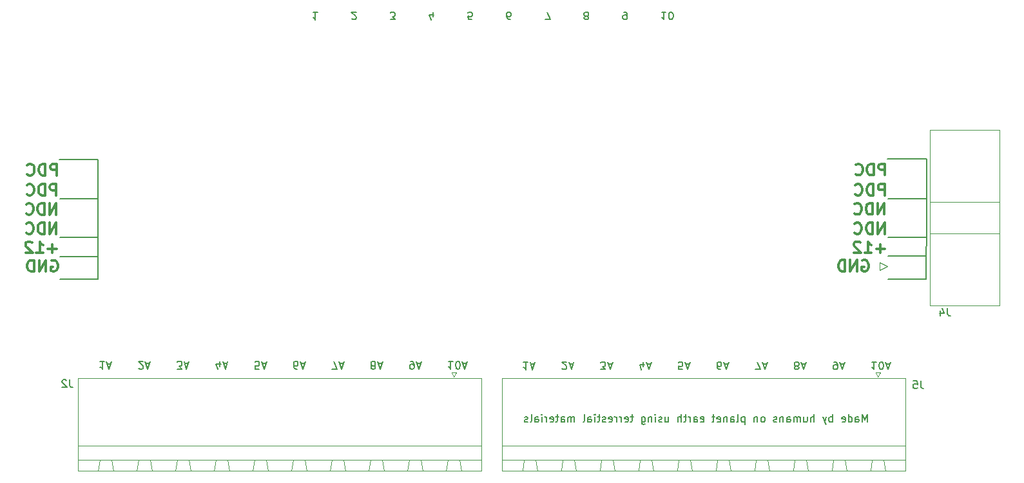
<source format=gbr>
%TF.GenerationSoftware,KiCad,Pcbnew,9.0.6*%
%TF.CreationDate,2026-01-15T15:36:37+01:00*%
%TF.ProjectId,eurocard_mux,6575726f-6361-4726-945f-6d75782e6b69,1.0.3*%
%TF.SameCoordinates,Original*%
%TF.FileFunction,Legend,Bot*%
%TF.FilePolarity,Positive*%
%FSLAX46Y46*%
G04 Gerber Fmt 4.6, Leading zero omitted, Abs format (unit mm)*
G04 Created by KiCad (PCBNEW 9.0.6) date 2026-01-15 15:36:37*
%MOMM*%
%LPD*%
G01*
G04 APERTURE LIST*
%ADD10C,0.150000*%
%ADD11C,0.300000*%
%ADD12C,0.120000*%
G04 APERTURE END LIST*
D10*
X174102886Y-117581594D02*
X169081455Y-117581594D01*
X65258805Y-120063492D02*
X60258805Y-120063492D01*
X65280373Y-117594537D02*
X65258805Y-120063492D01*
X65258805Y-120063492D02*
X65258805Y-123063492D01*
X174081318Y-120050549D02*
X174081318Y-123050549D01*
X65280373Y-117594537D02*
X60258942Y-117594537D01*
X65258805Y-123063492D02*
X60258805Y-123063492D01*
X174102886Y-117581594D02*
X174081318Y-120050549D01*
X60233529Y-112518300D02*
X65265125Y-112518300D01*
X65265125Y-112518300D02*
X65280373Y-117594537D01*
X174081318Y-123050549D02*
X169081318Y-123050549D01*
X169056042Y-112505357D02*
X174087638Y-112505357D01*
X174087638Y-112505357D02*
X174102886Y-117581594D01*
X174087638Y-112505357D02*
X174087638Y-107275547D01*
X65265125Y-107288490D02*
X60172540Y-107288490D01*
X174087638Y-107275547D02*
X168995053Y-107275547D01*
X174081318Y-120050549D02*
X169081318Y-120050549D01*
X65265125Y-112518300D02*
X65265125Y-107288490D01*
X121731018Y-133986566D02*
X121159590Y-133986566D01*
X121445304Y-133986566D02*
X121445304Y-134986566D01*
X121445304Y-134986566D02*
X121350066Y-134843709D01*
X121350066Y-134843709D02*
X121254828Y-134748471D01*
X121254828Y-134748471D02*
X121159590Y-134700852D01*
X122111971Y-134272281D02*
X122588161Y-134272281D01*
X122016733Y-133986566D02*
X122350066Y-134986566D01*
X122350066Y-134986566D02*
X122683399Y-133986566D01*
D11*
X59802097Y-119061472D02*
X58659240Y-119061472D01*
X59230668Y-119632900D02*
X59230668Y-118490043D01*
X57159239Y-119632900D02*
X58016382Y-119632900D01*
X57587811Y-119632900D02*
X57587811Y-118132900D01*
X57587811Y-118132900D02*
X57730668Y-118347186D01*
X57730668Y-118347186D02*
X57873525Y-118490043D01*
X57873525Y-118490043D02*
X58016382Y-118561472D01*
X56587811Y-118275757D02*
X56516383Y-118204329D01*
X56516383Y-118204329D02*
X56373526Y-118132900D01*
X56373526Y-118132900D02*
X56016383Y-118132900D01*
X56016383Y-118132900D02*
X55873526Y-118204329D01*
X55873526Y-118204329D02*
X55802097Y-118275757D01*
X55802097Y-118275757D02*
X55730668Y-118418614D01*
X55730668Y-118418614D02*
X55730668Y-118561472D01*
X55730668Y-118561472D02*
X55802097Y-118775757D01*
X55802097Y-118775757D02*
X56659240Y-119632900D01*
X56659240Y-119632900D02*
X55730668Y-119632900D01*
D10*
X126244906Y-134860833D02*
X126292525Y-134908452D01*
X126292525Y-134908452D02*
X126387763Y-134956071D01*
X126387763Y-134956071D02*
X126625858Y-134956071D01*
X126625858Y-134956071D02*
X126721096Y-134908452D01*
X126721096Y-134908452D02*
X126768715Y-134860833D01*
X126768715Y-134860833D02*
X126816334Y-134765595D01*
X126816334Y-134765595D02*
X126816334Y-134670357D01*
X126816334Y-134670357D02*
X126768715Y-134527500D01*
X126768715Y-134527500D02*
X126197287Y-133956071D01*
X126197287Y-133956071D02*
X126816334Y-133956071D01*
X127197287Y-134241786D02*
X127673477Y-134241786D01*
X127102049Y-133956071D02*
X127435382Y-134956071D01*
X127435382Y-134956071D02*
X127768715Y-133956071D01*
X129309004Y-88467613D02*
X129213766Y-88515232D01*
X129213766Y-88515232D02*
X129166147Y-88562851D01*
X129166147Y-88562851D02*
X129118528Y-88658089D01*
X129118528Y-88658089D02*
X129118528Y-88705708D01*
X129118528Y-88705708D02*
X129166147Y-88800946D01*
X129166147Y-88800946D02*
X129213766Y-88848565D01*
X129213766Y-88848565D02*
X129309004Y-88896184D01*
X129309004Y-88896184D02*
X129499480Y-88896184D01*
X129499480Y-88896184D02*
X129594718Y-88848565D01*
X129594718Y-88848565D02*
X129642337Y-88800946D01*
X129642337Y-88800946D02*
X129689956Y-88705708D01*
X129689956Y-88705708D02*
X129689956Y-88658089D01*
X129689956Y-88658089D02*
X129642337Y-88562851D01*
X129642337Y-88562851D02*
X129594718Y-88515232D01*
X129594718Y-88515232D02*
X129499480Y-88467613D01*
X129499480Y-88467613D02*
X129309004Y-88467613D01*
X129309004Y-88467613D02*
X129213766Y-88419994D01*
X129213766Y-88419994D02*
X129166147Y-88372375D01*
X129166147Y-88372375D02*
X129118528Y-88277137D01*
X129118528Y-88277137D02*
X129118528Y-88086661D01*
X129118528Y-88086661D02*
X129166147Y-87991423D01*
X129166147Y-87991423D02*
X129213766Y-87943804D01*
X129213766Y-87943804D02*
X129309004Y-87896184D01*
X129309004Y-87896184D02*
X129499480Y-87896184D01*
X129499480Y-87896184D02*
X129594718Y-87943804D01*
X129594718Y-87943804D02*
X129642337Y-87991423D01*
X129642337Y-87991423D02*
X129689956Y-88086661D01*
X129689956Y-88086661D02*
X129689956Y-88277137D01*
X129689956Y-88277137D02*
X129642337Y-88372375D01*
X129642337Y-88372375D02*
X129594718Y-88419994D01*
X129594718Y-88419994D02*
X129499480Y-88467613D01*
D11*
X59750036Y-114565693D02*
X59750036Y-113065693D01*
X59750036Y-113065693D02*
X58892893Y-114565693D01*
X58892893Y-114565693D02*
X58892893Y-113065693D01*
X58178607Y-114565693D02*
X58178607Y-113065693D01*
X58178607Y-113065693D02*
X57821464Y-113065693D01*
X57821464Y-113065693D02*
X57607178Y-113137122D01*
X57607178Y-113137122D02*
X57464321Y-113279979D01*
X57464321Y-113279979D02*
X57392892Y-113422836D01*
X57392892Y-113422836D02*
X57321464Y-113708550D01*
X57321464Y-113708550D02*
X57321464Y-113922836D01*
X57321464Y-113922836D02*
X57392892Y-114208550D01*
X57392892Y-114208550D02*
X57464321Y-114351407D01*
X57464321Y-114351407D02*
X57607178Y-114494265D01*
X57607178Y-114494265D02*
X57821464Y-114565693D01*
X57821464Y-114565693D02*
X58178607Y-114565693D01*
X55821464Y-114422836D02*
X55892892Y-114494265D01*
X55892892Y-114494265D02*
X56107178Y-114565693D01*
X56107178Y-114565693D02*
X56250035Y-114565693D01*
X56250035Y-114565693D02*
X56464321Y-114494265D01*
X56464321Y-114494265D02*
X56607178Y-114351407D01*
X56607178Y-114351407D02*
X56678607Y-114208550D01*
X56678607Y-114208550D02*
X56750035Y-113922836D01*
X56750035Y-113922836D02*
X56750035Y-113708550D01*
X56750035Y-113708550D02*
X56678607Y-113422836D01*
X56678607Y-113422836D02*
X56607178Y-113279979D01*
X56607178Y-113279979D02*
X56464321Y-113137122D01*
X56464321Y-113137122D02*
X56250035Y-113065693D01*
X56250035Y-113065693D02*
X56107178Y-113065693D01*
X56107178Y-113065693D02*
X55892892Y-113137122D01*
X55892892Y-113137122D02*
X55821464Y-113208550D01*
D10*
X131282603Y-134956071D02*
X131901650Y-134956071D01*
X131901650Y-134956071D02*
X131568317Y-134575119D01*
X131568317Y-134575119D02*
X131711174Y-134575119D01*
X131711174Y-134575119D02*
X131806412Y-134527500D01*
X131806412Y-134527500D02*
X131854031Y-134479881D01*
X131854031Y-134479881D02*
X131901650Y-134384643D01*
X131901650Y-134384643D02*
X131901650Y-134146548D01*
X131901650Y-134146548D02*
X131854031Y-134051310D01*
X131854031Y-134051310D02*
X131806412Y-134003691D01*
X131806412Y-134003691D02*
X131711174Y-133956071D01*
X131711174Y-133956071D02*
X131425460Y-133956071D01*
X131425460Y-133956071D02*
X131330222Y-134003691D01*
X131330222Y-134003691D02*
X131282603Y-134051310D01*
X132282603Y-134241786D02*
X132758793Y-134241786D01*
X132187365Y-133956071D02*
X132520698Y-134956071D01*
X132520698Y-134956071D02*
X132854031Y-133956071D01*
D11*
X168624610Y-119048529D02*
X167481753Y-119048529D01*
X168053181Y-119619957D02*
X168053181Y-118477100D01*
X165981752Y-119619957D02*
X166838895Y-119619957D01*
X166410324Y-119619957D02*
X166410324Y-118119957D01*
X166410324Y-118119957D02*
X166553181Y-118334243D01*
X166553181Y-118334243D02*
X166696038Y-118477100D01*
X166696038Y-118477100D02*
X166838895Y-118548529D01*
X165410324Y-118262814D02*
X165338896Y-118191386D01*
X165338896Y-118191386D02*
X165196039Y-118119957D01*
X165196039Y-118119957D02*
X164838896Y-118119957D01*
X164838896Y-118119957D02*
X164696039Y-118191386D01*
X164696039Y-118191386D02*
X164624610Y-118262814D01*
X164624610Y-118262814D02*
X164553181Y-118405671D01*
X164553181Y-118405671D02*
X164553181Y-118548529D01*
X164553181Y-118548529D02*
X164624610Y-118762814D01*
X164624610Y-118762814D02*
X165481753Y-119619957D01*
X165481753Y-119619957D02*
X164553181Y-119619957D01*
D10*
X166329178Y-141869819D02*
X166329178Y-140869819D01*
X166329178Y-140869819D02*
X165995845Y-141584104D01*
X165995845Y-141584104D02*
X165662512Y-140869819D01*
X165662512Y-140869819D02*
X165662512Y-141869819D01*
X164757750Y-141869819D02*
X164757750Y-141346009D01*
X164757750Y-141346009D02*
X164805369Y-141250771D01*
X164805369Y-141250771D02*
X164900607Y-141203152D01*
X164900607Y-141203152D02*
X165091083Y-141203152D01*
X165091083Y-141203152D02*
X165186321Y-141250771D01*
X164757750Y-141822200D02*
X164852988Y-141869819D01*
X164852988Y-141869819D02*
X165091083Y-141869819D01*
X165091083Y-141869819D02*
X165186321Y-141822200D01*
X165186321Y-141822200D02*
X165233940Y-141726961D01*
X165233940Y-141726961D02*
X165233940Y-141631723D01*
X165233940Y-141631723D02*
X165186321Y-141536485D01*
X165186321Y-141536485D02*
X165091083Y-141488866D01*
X165091083Y-141488866D02*
X164852988Y-141488866D01*
X164852988Y-141488866D02*
X164757750Y-141441247D01*
X163852988Y-141869819D02*
X163852988Y-140869819D01*
X163852988Y-141822200D02*
X163948226Y-141869819D01*
X163948226Y-141869819D02*
X164138702Y-141869819D01*
X164138702Y-141869819D02*
X164233940Y-141822200D01*
X164233940Y-141822200D02*
X164281559Y-141774580D01*
X164281559Y-141774580D02*
X164329178Y-141679342D01*
X164329178Y-141679342D02*
X164329178Y-141393628D01*
X164329178Y-141393628D02*
X164281559Y-141298390D01*
X164281559Y-141298390D02*
X164233940Y-141250771D01*
X164233940Y-141250771D02*
X164138702Y-141203152D01*
X164138702Y-141203152D02*
X163948226Y-141203152D01*
X163948226Y-141203152D02*
X163852988Y-141250771D01*
X162995845Y-141822200D02*
X163091083Y-141869819D01*
X163091083Y-141869819D02*
X163281559Y-141869819D01*
X163281559Y-141869819D02*
X163376797Y-141822200D01*
X163376797Y-141822200D02*
X163424416Y-141726961D01*
X163424416Y-141726961D02*
X163424416Y-141346009D01*
X163424416Y-141346009D02*
X163376797Y-141250771D01*
X163376797Y-141250771D02*
X163281559Y-141203152D01*
X163281559Y-141203152D02*
X163091083Y-141203152D01*
X163091083Y-141203152D02*
X162995845Y-141250771D01*
X162995845Y-141250771D02*
X162948226Y-141346009D01*
X162948226Y-141346009D02*
X162948226Y-141441247D01*
X162948226Y-141441247D02*
X163424416Y-141536485D01*
X161757749Y-141869819D02*
X161757749Y-140869819D01*
X161757749Y-141250771D02*
X161662511Y-141203152D01*
X161662511Y-141203152D02*
X161472035Y-141203152D01*
X161472035Y-141203152D02*
X161376797Y-141250771D01*
X161376797Y-141250771D02*
X161329178Y-141298390D01*
X161329178Y-141298390D02*
X161281559Y-141393628D01*
X161281559Y-141393628D02*
X161281559Y-141679342D01*
X161281559Y-141679342D02*
X161329178Y-141774580D01*
X161329178Y-141774580D02*
X161376797Y-141822200D01*
X161376797Y-141822200D02*
X161472035Y-141869819D01*
X161472035Y-141869819D02*
X161662511Y-141869819D01*
X161662511Y-141869819D02*
X161757749Y-141822200D01*
X160948225Y-141203152D02*
X160710130Y-141869819D01*
X160472035Y-141203152D02*
X160710130Y-141869819D01*
X160710130Y-141869819D02*
X160805368Y-142107914D01*
X160805368Y-142107914D02*
X160852987Y-142155533D01*
X160852987Y-142155533D02*
X160948225Y-142203152D01*
X159329177Y-141869819D02*
X159329177Y-140869819D01*
X158900606Y-141869819D02*
X158900606Y-141346009D01*
X158900606Y-141346009D02*
X158948225Y-141250771D01*
X158948225Y-141250771D02*
X159043463Y-141203152D01*
X159043463Y-141203152D02*
X159186320Y-141203152D01*
X159186320Y-141203152D02*
X159281558Y-141250771D01*
X159281558Y-141250771D02*
X159329177Y-141298390D01*
X157995844Y-141203152D02*
X157995844Y-141869819D01*
X158424415Y-141203152D02*
X158424415Y-141726961D01*
X158424415Y-141726961D02*
X158376796Y-141822200D01*
X158376796Y-141822200D02*
X158281558Y-141869819D01*
X158281558Y-141869819D02*
X158138701Y-141869819D01*
X158138701Y-141869819D02*
X158043463Y-141822200D01*
X158043463Y-141822200D02*
X157995844Y-141774580D01*
X157519653Y-141869819D02*
X157519653Y-141203152D01*
X157519653Y-141298390D02*
X157472034Y-141250771D01*
X157472034Y-141250771D02*
X157376796Y-141203152D01*
X157376796Y-141203152D02*
X157233939Y-141203152D01*
X157233939Y-141203152D02*
X157138701Y-141250771D01*
X157138701Y-141250771D02*
X157091082Y-141346009D01*
X157091082Y-141346009D02*
X157091082Y-141869819D01*
X157091082Y-141346009D02*
X157043463Y-141250771D01*
X157043463Y-141250771D02*
X156948225Y-141203152D01*
X156948225Y-141203152D02*
X156805368Y-141203152D01*
X156805368Y-141203152D02*
X156710129Y-141250771D01*
X156710129Y-141250771D02*
X156662510Y-141346009D01*
X156662510Y-141346009D02*
X156662510Y-141869819D01*
X155757749Y-141869819D02*
X155757749Y-141346009D01*
X155757749Y-141346009D02*
X155805368Y-141250771D01*
X155805368Y-141250771D02*
X155900606Y-141203152D01*
X155900606Y-141203152D02*
X156091082Y-141203152D01*
X156091082Y-141203152D02*
X156186320Y-141250771D01*
X155757749Y-141822200D02*
X155852987Y-141869819D01*
X155852987Y-141869819D02*
X156091082Y-141869819D01*
X156091082Y-141869819D02*
X156186320Y-141822200D01*
X156186320Y-141822200D02*
X156233939Y-141726961D01*
X156233939Y-141726961D02*
X156233939Y-141631723D01*
X156233939Y-141631723D02*
X156186320Y-141536485D01*
X156186320Y-141536485D02*
X156091082Y-141488866D01*
X156091082Y-141488866D02*
X155852987Y-141488866D01*
X155852987Y-141488866D02*
X155757749Y-141441247D01*
X155281558Y-141203152D02*
X155281558Y-141869819D01*
X155281558Y-141298390D02*
X155233939Y-141250771D01*
X155233939Y-141250771D02*
X155138701Y-141203152D01*
X155138701Y-141203152D02*
X154995844Y-141203152D01*
X154995844Y-141203152D02*
X154900606Y-141250771D01*
X154900606Y-141250771D02*
X154852987Y-141346009D01*
X154852987Y-141346009D02*
X154852987Y-141869819D01*
X154424415Y-141822200D02*
X154329177Y-141869819D01*
X154329177Y-141869819D02*
X154138701Y-141869819D01*
X154138701Y-141869819D02*
X154043463Y-141822200D01*
X154043463Y-141822200D02*
X153995844Y-141726961D01*
X153995844Y-141726961D02*
X153995844Y-141679342D01*
X153995844Y-141679342D02*
X154043463Y-141584104D01*
X154043463Y-141584104D02*
X154138701Y-141536485D01*
X154138701Y-141536485D02*
X154281558Y-141536485D01*
X154281558Y-141536485D02*
X154376796Y-141488866D01*
X154376796Y-141488866D02*
X154424415Y-141393628D01*
X154424415Y-141393628D02*
X154424415Y-141346009D01*
X154424415Y-141346009D02*
X154376796Y-141250771D01*
X154376796Y-141250771D02*
X154281558Y-141203152D01*
X154281558Y-141203152D02*
X154138701Y-141203152D01*
X154138701Y-141203152D02*
X154043463Y-141250771D01*
X152662510Y-141869819D02*
X152757748Y-141822200D01*
X152757748Y-141822200D02*
X152805367Y-141774580D01*
X152805367Y-141774580D02*
X152852986Y-141679342D01*
X152852986Y-141679342D02*
X152852986Y-141393628D01*
X152852986Y-141393628D02*
X152805367Y-141298390D01*
X152805367Y-141298390D02*
X152757748Y-141250771D01*
X152757748Y-141250771D02*
X152662510Y-141203152D01*
X152662510Y-141203152D02*
X152519653Y-141203152D01*
X152519653Y-141203152D02*
X152424415Y-141250771D01*
X152424415Y-141250771D02*
X152376796Y-141298390D01*
X152376796Y-141298390D02*
X152329177Y-141393628D01*
X152329177Y-141393628D02*
X152329177Y-141679342D01*
X152329177Y-141679342D02*
X152376796Y-141774580D01*
X152376796Y-141774580D02*
X152424415Y-141822200D01*
X152424415Y-141822200D02*
X152519653Y-141869819D01*
X152519653Y-141869819D02*
X152662510Y-141869819D01*
X151900605Y-141203152D02*
X151900605Y-141869819D01*
X151900605Y-141298390D02*
X151852986Y-141250771D01*
X151852986Y-141250771D02*
X151757748Y-141203152D01*
X151757748Y-141203152D02*
X151614891Y-141203152D01*
X151614891Y-141203152D02*
X151519653Y-141250771D01*
X151519653Y-141250771D02*
X151472034Y-141346009D01*
X151472034Y-141346009D02*
X151472034Y-141869819D01*
X150233938Y-141203152D02*
X150233938Y-142203152D01*
X150233938Y-141250771D02*
X150138700Y-141203152D01*
X150138700Y-141203152D02*
X149948224Y-141203152D01*
X149948224Y-141203152D02*
X149852986Y-141250771D01*
X149852986Y-141250771D02*
X149805367Y-141298390D01*
X149805367Y-141298390D02*
X149757748Y-141393628D01*
X149757748Y-141393628D02*
X149757748Y-141679342D01*
X149757748Y-141679342D02*
X149805367Y-141774580D01*
X149805367Y-141774580D02*
X149852986Y-141822200D01*
X149852986Y-141822200D02*
X149948224Y-141869819D01*
X149948224Y-141869819D02*
X150138700Y-141869819D01*
X150138700Y-141869819D02*
X150233938Y-141822200D01*
X149186319Y-141869819D02*
X149281557Y-141822200D01*
X149281557Y-141822200D02*
X149329176Y-141726961D01*
X149329176Y-141726961D02*
X149329176Y-140869819D01*
X148376795Y-141869819D02*
X148376795Y-141346009D01*
X148376795Y-141346009D02*
X148424414Y-141250771D01*
X148424414Y-141250771D02*
X148519652Y-141203152D01*
X148519652Y-141203152D02*
X148710128Y-141203152D01*
X148710128Y-141203152D02*
X148805366Y-141250771D01*
X148376795Y-141822200D02*
X148472033Y-141869819D01*
X148472033Y-141869819D02*
X148710128Y-141869819D01*
X148710128Y-141869819D02*
X148805366Y-141822200D01*
X148805366Y-141822200D02*
X148852985Y-141726961D01*
X148852985Y-141726961D02*
X148852985Y-141631723D01*
X148852985Y-141631723D02*
X148805366Y-141536485D01*
X148805366Y-141536485D02*
X148710128Y-141488866D01*
X148710128Y-141488866D02*
X148472033Y-141488866D01*
X148472033Y-141488866D02*
X148376795Y-141441247D01*
X147900604Y-141203152D02*
X147900604Y-141869819D01*
X147900604Y-141298390D02*
X147852985Y-141250771D01*
X147852985Y-141250771D02*
X147757747Y-141203152D01*
X147757747Y-141203152D02*
X147614890Y-141203152D01*
X147614890Y-141203152D02*
X147519652Y-141250771D01*
X147519652Y-141250771D02*
X147472033Y-141346009D01*
X147472033Y-141346009D02*
X147472033Y-141869819D01*
X146614890Y-141822200D02*
X146710128Y-141869819D01*
X146710128Y-141869819D02*
X146900604Y-141869819D01*
X146900604Y-141869819D02*
X146995842Y-141822200D01*
X146995842Y-141822200D02*
X147043461Y-141726961D01*
X147043461Y-141726961D02*
X147043461Y-141346009D01*
X147043461Y-141346009D02*
X146995842Y-141250771D01*
X146995842Y-141250771D02*
X146900604Y-141203152D01*
X146900604Y-141203152D02*
X146710128Y-141203152D01*
X146710128Y-141203152D02*
X146614890Y-141250771D01*
X146614890Y-141250771D02*
X146567271Y-141346009D01*
X146567271Y-141346009D02*
X146567271Y-141441247D01*
X146567271Y-141441247D02*
X147043461Y-141536485D01*
X146281556Y-141203152D02*
X145900604Y-141203152D01*
X146138699Y-140869819D02*
X146138699Y-141726961D01*
X146138699Y-141726961D02*
X146091080Y-141822200D01*
X146091080Y-141822200D02*
X145995842Y-141869819D01*
X145995842Y-141869819D02*
X145900604Y-141869819D01*
X144424413Y-141822200D02*
X144519651Y-141869819D01*
X144519651Y-141869819D02*
X144710127Y-141869819D01*
X144710127Y-141869819D02*
X144805365Y-141822200D01*
X144805365Y-141822200D02*
X144852984Y-141726961D01*
X144852984Y-141726961D02*
X144852984Y-141346009D01*
X144852984Y-141346009D02*
X144805365Y-141250771D01*
X144805365Y-141250771D02*
X144710127Y-141203152D01*
X144710127Y-141203152D02*
X144519651Y-141203152D01*
X144519651Y-141203152D02*
X144424413Y-141250771D01*
X144424413Y-141250771D02*
X144376794Y-141346009D01*
X144376794Y-141346009D02*
X144376794Y-141441247D01*
X144376794Y-141441247D02*
X144852984Y-141536485D01*
X143519651Y-141869819D02*
X143519651Y-141346009D01*
X143519651Y-141346009D02*
X143567270Y-141250771D01*
X143567270Y-141250771D02*
X143662508Y-141203152D01*
X143662508Y-141203152D02*
X143852984Y-141203152D01*
X143852984Y-141203152D02*
X143948222Y-141250771D01*
X143519651Y-141822200D02*
X143614889Y-141869819D01*
X143614889Y-141869819D02*
X143852984Y-141869819D01*
X143852984Y-141869819D02*
X143948222Y-141822200D01*
X143948222Y-141822200D02*
X143995841Y-141726961D01*
X143995841Y-141726961D02*
X143995841Y-141631723D01*
X143995841Y-141631723D02*
X143948222Y-141536485D01*
X143948222Y-141536485D02*
X143852984Y-141488866D01*
X143852984Y-141488866D02*
X143614889Y-141488866D01*
X143614889Y-141488866D02*
X143519651Y-141441247D01*
X143043460Y-141869819D02*
X143043460Y-141203152D01*
X143043460Y-141393628D02*
X142995841Y-141298390D01*
X142995841Y-141298390D02*
X142948222Y-141250771D01*
X142948222Y-141250771D02*
X142852984Y-141203152D01*
X142852984Y-141203152D02*
X142757746Y-141203152D01*
X142567269Y-141203152D02*
X142186317Y-141203152D01*
X142424412Y-140869819D02*
X142424412Y-141726961D01*
X142424412Y-141726961D02*
X142376793Y-141822200D01*
X142376793Y-141822200D02*
X142281555Y-141869819D01*
X142281555Y-141869819D02*
X142186317Y-141869819D01*
X141852983Y-141869819D02*
X141852983Y-140869819D01*
X141424412Y-141869819D02*
X141424412Y-141346009D01*
X141424412Y-141346009D02*
X141472031Y-141250771D01*
X141472031Y-141250771D02*
X141567269Y-141203152D01*
X141567269Y-141203152D02*
X141710126Y-141203152D01*
X141710126Y-141203152D02*
X141805364Y-141250771D01*
X141805364Y-141250771D02*
X141852983Y-141298390D01*
X139757745Y-141203152D02*
X139757745Y-141869819D01*
X140186316Y-141203152D02*
X140186316Y-141726961D01*
X140186316Y-141726961D02*
X140138697Y-141822200D01*
X140138697Y-141822200D02*
X140043459Y-141869819D01*
X140043459Y-141869819D02*
X139900602Y-141869819D01*
X139900602Y-141869819D02*
X139805364Y-141822200D01*
X139805364Y-141822200D02*
X139757745Y-141774580D01*
X139329173Y-141822200D02*
X139233935Y-141869819D01*
X139233935Y-141869819D02*
X139043459Y-141869819D01*
X139043459Y-141869819D02*
X138948221Y-141822200D01*
X138948221Y-141822200D02*
X138900602Y-141726961D01*
X138900602Y-141726961D02*
X138900602Y-141679342D01*
X138900602Y-141679342D02*
X138948221Y-141584104D01*
X138948221Y-141584104D02*
X139043459Y-141536485D01*
X139043459Y-141536485D02*
X139186316Y-141536485D01*
X139186316Y-141536485D02*
X139281554Y-141488866D01*
X139281554Y-141488866D02*
X139329173Y-141393628D01*
X139329173Y-141393628D02*
X139329173Y-141346009D01*
X139329173Y-141346009D02*
X139281554Y-141250771D01*
X139281554Y-141250771D02*
X139186316Y-141203152D01*
X139186316Y-141203152D02*
X139043459Y-141203152D01*
X139043459Y-141203152D02*
X138948221Y-141250771D01*
X138472030Y-141869819D02*
X138472030Y-141203152D01*
X138472030Y-140869819D02*
X138519649Y-140917438D01*
X138519649Y-140917438D02*
X138472030Y-140965057D01*
X138472030Y-140965057D02*
X138424411Y-140917438D01*
X138424411Y-140917438D02*
X138472030Y-140869819D01*
X138472030Y-140869819D02*
X138472030Y-140965057D01*
X137995840Y-141203152D02*
X137995840Y-141869819D01*
X137995840Y-141298390D02*
X137948221Y-141250771D01*
X137948221Y-141250771D02*
X137852983Y-141203152D01*
X137852983Y-141203152D02*
X137710126Y-141203152D01*
X137710126Y-141203152D02*
X137614888Y-141250771D01*
X137614888Y-141250771D02*
X137567269Y-141346009D01*
X137567269Y-141346009D02*
X137567269Y-141869819D01*
X136662507Y-141203152D02*
X136662507Y-142012676D01*
X136662507Y-142012676D02*
X136710126Y-142107914D01*
X136710126Y-142107914D02*
X136757745Y-142155533D01*
X136757745Y-142155533D02*
X136852983Y-142203152D01*
X136852983Y-142203152D02*
X136995840Y-142203152D01*
X136995840Y-142203152D02*
X137091078Y-142155533D01*
X136662507Y-141822200D02*
X136757745Y-141869819D01*
X136757745Y-141869819D02*
X136948221Y-141869819D01*
X136948221Y-141869819D02*
X137043459Y-141822200D01*
X137043459Y-141822200D02*
X137091078Y-141774580D01*
X137091078Y-141774580D02*
X137138697Y-141679342D01*
X137138697Y-141679342D02*
X137138697Y-141393628D01*
X137138697Y-141393628D02*
X137091078Y-141298390D01*
X137091078Y-141298390D02*
X137043459Y-141250771D01*
X137043459Y-141250771D02*
X136948221Y-141203152D01*
X136948221Y-141203152D02*
X136757745Y-141203152D01*
X136757745Y-141203152D02*
X136662507Y-141250771D01*
X135567268Y-141203152D02*
X135186316Y-141203152D01*
X135424411Y-140869819D02*
X135424411Y-141726961D01*
X135424411Y-141726961D02*
X135376792Y-141822200D01*
X135376792Y-141822200D02*
X135281554Y-141869819D01*
X135281554Y-141869819D02*
X135186316Y-141869819D01*
X134472030Y-141822200D02*
X134567268Y-141869819D01*
X134567268Y-141869819D02*
X134757744Y-141869819D01*
X134757744Y-141869819D02*
X134852982Y-141822200D01*
X134852982Y-141822200D02*
X134900601Y-141726961D01*
X134900601Y-141726961D02*
X134900601Y-141346009D01*
X134900601Y-141346009D02*
X134852982Y-141250771D01*
X134852982Y-141250771D02*
X134757744Y-141203152D01*
X134757744Y-141203152D02*
X134567268Y-141203152D01*
X134567268Y-141203152D02*
X134472030Y-141250771D01*
X134472030Y-141250771D02*
X134424411Y-141346009D01*
X134424411Y-141346009D02*
X134424411Y-141441247D01*
X134424411Y-141441247D02*
X134900601Y-141536485D01*
X133995839Y-141869819D02*
X133995839Y-141203152D01*
X133995839Y-141393628D02*
X133948220Y-141298390D01*
X133948220Y-141298390D02*
X133900601Y-141250771D01*
X133900601Y-141250771D02*
X133805363Y-141203152D01*
X133805363Y-141203152D02*
X133710125Y-141203152D01*
X133376791Y-141869819D02*
X133376791Y-141203152D01*
X133376791Y-141393628D02*
X133329172Y-141298390D01*
X133329172Y-141298390D02*
X133281553Y-141250771D01*
X133281553Y-141250771D02*
X133186315Y-141203152D01*
X133186315Y-141203152D02*
X133091077Y-141203152D01*
X132376791Y-141822200D02*
X132472029Y-141869819D01*
X132472029Y-141869819D02*
X132662505Y-141869819D01*
X132662505Y-141869819D02*
X132757743Y-141822200D01*
X132757743Y-141822200D02*
X132805362Y-141726961D01*
X132805362Y-141726961D02*
X132805362Y-141346009D01*
X132805362Y-141346009D02*
X132757743Y-141250771D01*
X132757743Y-141250771D02*
X132662505Y-141203152D01*
X132662505Y-141203152D02*
X132472029Y-141203152D01*
X132472029Y-141203152D02*
X132376791Y-141250771D01*
X132376791Y-141250771D02*
X132329172Y-141346009D01*
X132329172Y-141346009D02*
X132329172Y-141441247D01*
X132329172Y-141441247D02*
X132805362Y-141536485D01*
X131948219Y-141822200D02*
X131852981Y-141869819D01*
X131852981Y-141869819D02*
X131662505Y-141869819D01*
X131662505Y-141869819D02*
X131567267Y-141822200D01*
X131567267Y-141822200D02*
X131519648Y-141726961D01*
X131519648Y-141726961D02*
X131519648Y-141679342D01*
X131519648Y-141679342D02*
X131567267Y-141584104D01*
X131567267Y-141584104D02*
X131662505Y-141536485D01*
X131662505Y-141536485D02*
X131805362Y-141536485D01*
X131805362Y-141536485D02*
X131900600Y-141488866D01*
X131900600Y-141488866D02*
X131948219Y-141393628D01*
X131948219Y-141393628D02*
X131948219Y-141346009D01*
X131948219Y-141346009D02*
X131900600Y-141250771D01*
X131900600Y-141250771D02*
X131805362Y-141203152D01*
X131805362Y-141203152D02*
X131662505Y-141203152D01*
X131662505Y-141203152D02*
X131567267Y-141250771D01*
X131233933Y-141203152D02*
X130852981Y-141203152D01*
X131091076Y-140869819D02*
X131091076Y-141726961D01*
X131091076Y-141726961D02*
X131043457Y-141822200D01*
X131043457Y-141822200D02*
X130948219Y-141869819D01*
X130948219Y-141869819D02*
X130852981Y-141869819D01*
X130519647Y-141869819D02*
X130519647Y-141203152D01*
X130519647Y-140869819D02*
X130567266Y-140917438D01*
X130567266Y-140917438D02*
X130519647Y-140965057D01*
X130519647Y-140965057D02*
X130472028Y-140917438D01*
X130472028Y-140917438D02*
X130519647Y-140869819D01*
X130519647Y-140869819D02*
X130519647Y-140965057D01*
X129614886Y-141869819D02*
X129614886Y-141346009D01*
X129614886Y-141346009D02*
X129662505Y-141250771D01*
X129662505Y-141250771D02*
X129757743Y-141203152D01*
X129757743Y-141203152D02*
X129948219Y-141203152D01*
X129948219Y-141203152D02*
X130043457Y-141250771D01*
X129614886Y-141822200D02*
X129710124Y-141869819D01*
X129710124Y-141869819D02*
X129948219Y-141869819D01*
X129948219Y-141869819D02*
X130043457Y-141822200D01*
X130043457Y-141822200D02*
X130091076Y-141726961D01*
X130091076Y-141726961D02*
X130091076Y-141631723D01*
X130091076Y-141631723D02*
X130043457Y-141536485D01*
X130043457Y-141536485D02*
X129948219Y-141488866D01*
X129948219Y-141488866D02*
X129710124Y-141488866D01*
X129710124Y-141488866D02*
X129614886Y-141441247D01*
X128995838Y-141869819D02*
X129091076Y-141822200D01*
X129091076Y-141822200D02*
X129138695Y-141726961D01*
X129138695Y-141726961D02*
X129138695Y-140869819D01*
X127852980Y-141869819D02*
X127852980Y-141203152D01*
X127852980Y-141298390D02*
X127805361Y-141250771D01*
X127805361Y-141250771D02*
X127710123Y-141203152D01*
X127710123Y-141203152D02*
X127567266Y-141203152D01*
X127567266Y-141203152D02*
X127472028Y-141250771D01*
X127472028Y-141250771D02*
X127424409Y-141346009D01*
X127424409Y-141346009D02*
X127424409Y-141869819D01*
X127424409Y-141346009D02*
X127376790Y-141250771D01*
X127376790Y-141250771D02*
X127281552Y-141203152D01*
X127281552Y-141203152D02*
X127138695Y-141203152D01*
X127138695Y-141203152D02*
X127043456Y-141250771D01*
X127043456Y-141250771D02*
X126995837Y-141346009D01*
X126995837Y-141346009D02*
X126995837Y-141869819D01*
X126091076Y-141869819D02*
X126091076Y-141346009D01*
X126091076Y-141346009D02*
X126138695Y-141250771D01*
X126138695Y-141250771D02*
X126233933Y-141203152D01*
X126233933Y-141203152D02*
X126424409Y-141203152D01*
X126424409Y-141203152D02*
X126519647Y-141250771D01*
X126091076Y-141822200D02*
X126186314Y-141869819D01*
X126186314Y-141869819D02*
X126424409Y-141869819D01*
X126424409Y-141869819D02*
X126519647Y-141822200D01*
X126519647Y-141822200D02*
X126567266Y-141726961D01*
X126567266Y-141726961D02*
X126567266Y-141631723D01*
X126567266Y-141631723D02*
X126519647Y-141536485D01*
X126519647Y-141536485D02*
X126424409Y-141488866D01*
X126424409Y-141488866D02*
X126186314Y-141488866D01*
X126186314Y-141488866D02*
X126091076Y-141441247D01*
X125757742Y-141203152D02*
X125376790Y-141203152D01*
X125614885Y-140869819D02*
X125614885Y-141726961D01*
X125614885Y-141726961D02*
X125567266Y-141822200D01*
X125567266Y-141822200D02*
X125472028Y-141869819D01*
X125472028Y-141869819D02*
X125376790Y-141869819D01*
X124662504Y-141822200D02*
X124757742Y-141869819D01*
X124757742Y-141869819D02*
X124948218Y-141869819D01*
X124948218Y-141869819D02*
X125043456Y-141822200D01*
X125043456Y-141822200D02*
X125091075Y-141726961D01*
X125091075Y-141726961D02*
X125091075Y-141346009D01*
X125091075Y-141346009D02*
X125043456Y-141250771D01*
X125043456Y-141250771D02*
X124948218Y-141203152D01*
X124948218Y-141203152D02*
X124757742Y-141203152D01*
X124757742Y-141203152D02*
X124662504Y-141250771D01*
X124662504Y-141250771D02*
X124614885Y-141346009D01*
X124614885Y-141346009D02*
X124614885Y-141441247D01*
X124614885Y-141441247D02*
X125091075Y-141536485D01*
X124186313Y-141869819D02*
X124186313Y-141203152D01*
X124186313Y-141393628D02*
X124138694Y-141298390D01*
X124138694Y-141298390D02*
X124091075Y-141250771D01*
X124091075Y-141250771D02*
X123995837Y-141203152D01*
X123995837Y-141203152D02*
X123900599Y-141203152D01*
X123567265Y-141869819D02*
X123567265Y-141203152D01*
X123567265Y-140869819D02*
X123614884Y-140917438D01*
X123614884Y-140917438D02*
X123567265Y-140965057D01*
X123567265Y-140965057D02*
X123519646Y-140917438D01*
X123519646Y-140917438D02*
X123567265Y-140869819D01*
X123567265Y-140869819D02*
X123567265Y-140965057D01*
X122662504Y-141869819D02*
X122662504Y-141346009D01*
X122662504Y-141346009D02*
X122710123Y-141250771D01*
X122710123Y-141250771D02*
X122805361Y-141203152D01*
X122805361Y-141203152D02*
X122995837Y-141203152D01*
X122995837Y-141203152D02*
X123091075Y-141250771D01*
X122662504Y-141822200D02*
X122757742Y-141869819D01*
X122757742Y-141869819D02*
X122995837Y-141869819D01*
X122995837Y-141869819D02*
X123091075Y-141822200D01*
X123091075Y-141822200D02*
X123138694Y-141726961D01*
X123138694Y-141726961D02*
X123138694Y-141631723D01*
X123138694Y-141631723D02*
X123091075Y-141536485D01*
X123091075Y-141536485D02*
X122995837Y-141488866D01*
X122995837Y-141488866D02*
X122757742Y-141488866D01*
X122757742Y-141488866D02*
X122662504Y-141441247D01*
X122043456Y-141869819D02*
X122138694Y-141822200D01*
X122138694Y-141822200D02*
X122186313Y-141726961D01*
X122186313Y-141726961D02*
X122186313Y-140869819D01*
X121710122Y-141822200D02*
X121614884Y-141869819D01*
X121614884Y-141869819D02*
X121424408Y-141869819D01*
X121424408Y-141869819D02*
X121329170Y-141822200D01*
X121329170Y-141822200D02*
X121281551Y-141726961D01*
X121281551Y-141726961D02*
X121281551Y-141679342D01*
X121281551Y-141679342D02*
X121329170Y-141584104D01*
X121329170Y-141584104D02*
X121424408Y-141536485D01*
X121424408Y-141536485D02*
X121567265Y-141536485D01*
X121567265Y-141536485D02*
X121662503Y-141488866D01*
X121662503Y-141488866D02*
X121710122Y-141393628D01*
X121710122Y-141393628D02*
X121710122Y-141346009D01*
X121710122Y-141346009D02*
X121662503Y-141250771D01*
X121662503Y-141250771D02*
X121567265Y-141203152D01*
X121567265Y-141203152D02*
X121424408Y-141203152D01*
X121424408Y-141203152D02*
X121329170Y-141250771D01*
D11*
X168572549Y-114552750D02*
X168572549Y-113052750D01*
X168572549Y-113052750D02*
X167715406Y-114552750D01*
X167715406Y-114552750D02*
X167715406Y-113052750D01*
X167001120Y-114552750D02*
X167001120Y-113052750D01*
X167001120Y-113052750D02*
X166643977Y-113052750D01*
X166643977Y-113052750D02*
X166429691Y-113124179D01*
X166429691Y-113124179D02*
X166286834Y-113267036D01*
X166286834Y-113267036D02*
X166215405Y-113409893D01*
X166215405Y-113409893D02*
X166143977Y-113695607D01*
X166143977Y-113695607D02*
X166143977Y-113909893D01*
X166143977Y-113909893D02*
X166215405Y-114195607D01*
X166215405Y-114195607D02*
X166286834Y-114338464D01*
X166286834Y-114338464D02*
X166429691Y-114481322D01*
X166429691Y-114481322D02*
X166643977Y-114552750D01*
X166643977Y-114552750D02*
X167001120Y-114552750D01*
X164643977Y-114409893D02*
X164715405Y-114481322D01*
X164715405Y-114481322D02*
X164929691Y-114552750D01*
X164929691Y-114552750D02*
X165072548Y-114552750D01*
X165072548Y-114552750D02*
X165286834Y-114481322D01*
X165286834Y-114481322D02*
X165429691Y-114338464D01*
X165429691Y-114338464D02*
X165501120Y-114195607D01*
X165501120Y-114195607D02*
X165572548Y-113909893D01*
X165572548Y-113909893D02*
X165572548Y-113695607D01*
X165572548Y-113695607D02*
X165501120Y-113409893D01*
X165501120Y-113409893D02*
X165429691Y-113267036D01*
X165429691Y-113267036D02*
X165286834Y-113124179D01*
X165286834Y-113124179D02*
X165072548Y-113052750D01*
X165072548Y-113052750D02*
X164929691Y-113052750D01*
X164929691Y-113052750D02*
X164715405Y-113124179D01*
X164715405Y-113124179D02*
X164643977Y-113195607D01*
D10*
X147062361Y-134956071D02*
X146871885Y-134956071D01*
X146871885Y-134956071D02*
X146776647Y-134908452D01*
X146776647Y-134908452D02*
X146729028Y-134860833D01*
X146729028Y-134860833D02*
X146633790Y-134717976D01*
X146633790Y-134717976D02*
X146586171Y-134527500D01*
X146586171Y-134527500D02*
X146586171Y-134146548D01*
X146586171Y-134146548D02*
X146633790Y-134051310D01*
X146633790Y-134051310D02*
X146681409Y-134003691D01*
X146681409Y-134003691D02*
X146776647Y-133956071D01*
X146776647Y-133956071D02*
X146967123Y-133956071D01*
X146967123Y-133956071D02*
X147062361Y-134003691D01*
X147062361Y-134003691D02*
X147109980Y-134051310D01*
X147109980Y-134051310D02*
X147157599Y-134146548D01*
X147157599Y-134146548D02*
X147157599Y-134384643D01*
X147157599Y-134384643D02*
X147109980Y-134479881D01*
X147109980Y-134479881D02*
X147062361Y-134527500D01*
X147062361Y-134527500D02*
X146967123Y-134575119D01*
X146967123Y-134575119D02*
X146776647Y-134575119D01*
X146776647Y-134575119D02*
X146681409Y-134527500D01*
X146681409Y-134527500D02*
X146633790Y-134479881D01*
X146633790Y-134479881D02*
X146586171Y-134384643D01*
X147538552Y-134241786D02*
X148014742Y-134241786D01*
X147443314Y-133956071D02*
X147776647Y-134956071D01*
X147776647Y-134956071D02*
X148109980Y-133956071D01*
X101309004Y-134467613D02*
X101213766Y-134515232D01*
X101213766Y-134515232D02*
X101166147Y-134562851D01*
X101166147Y-134562851D02*
X101118528Y-134658089D01*
X101118528Y-134658089D02*
X101118528Y-134705708D01*
X101118528Y-134705708D02*
X101166147Y-134800946D01*
X101166147Y-134800946D02*
X101213766Y-134848565D01*
X101213766Y-134848565D02*
X101309004Y-134896184D01*
X101309004Y-134896184D02*
X101499480Y-134896184D01*
X101499480Y-134896184D02*
X101594718Y-134848565D01*
X101594718Y-134848565D02*
X101642337Y-134800946D01*
X101642337Y-134800946D02*
X101689956Y-134705708D01*
X101689956Y-134705708D02*
X101689956Y-134658089D01*
X101689956Y-134658089D02*
X101642337Y-134562851D01*
X101642337Y-134562851D02*
X101594718Y-134515232D01*
X101594718Y-134515232D02*
X101499480Y-134467613D01*
X101499480Y-134467613D02*
X101309004Y-134467613D01*
X101309004Y-134467613D02*
X101213766Y-134419994D01*
X101213766Y-134419994D02*
X101166147Y-134372375D01*
X101166147Y-134372375D02*
X101118528Y-134277137D01*
X101118528Y-134277137D02*
X101118528Y-134086661D01*
X101118528Y-134086661D02*
X101166147Y-133991423D01*
X101166147Y-133991423D02*
X101213766Y-133943804D01*
X101213766Y-133943804D02*
X101309004Y-133896184D01*
X101309004Y-133896184D02*
X101499480Y-133896184D01*
X101499480Y-133896184D02*
X101594718Y-133943804D01*
X101594718Y-133943804D02*
X101642337Y-133991423D01*
X101642337Y-133991423D02*
X101689956Y-134086661D01*
X101689956Y-134086661D02*
X101689956Y-134277137D01*
X101689956Y-134277137D02*
X101642337Y-134372375D01*
X101642337Y-134372375D02*
X101594718Y-134419994D01*
X101594718Y-134419994D02*
X101499480Y-134467613D01*
X102070909Y-134181899D02*
X102547099Y-134181899D01*
X101975671Y-133896184D02*
X102309004Y-134896184D01*
X102309004Y-134896184D02*
X102642337Y-133896184D01*
X161937357Y-133956071D02*
X162127833Y-133956071D01*
X162127833Y-133956071D02*
X162223071Y-134003691D01*
X162223071Y-134003691D02*
X162270690Y-134051310D01*
X162270690Y-134051310D02*
X162365928Y-134194167D01*
X162365928Y-134194167D02*
X162413547Y-134384643D01*
X162413547Y-134384643D02*
X162413547Y-134765595D01*
X162413547Y-134765595D02*
X162365928Y-134860833D01*
X162365928Y-134860833D02*
X162318309Y-134908452D01*
X162318309Y-134908452D02*
X162223071Y-134956071D01*
X162223071Y-134956071D02*
X162032595Y-134956071D01*
X162032595Y-134956071D02*
X161937357Y-134908452D01*
X161937357Y-134908452D02*
X161889738Y-134860833D01*
X161889738Y-134860833D02*
X161842119Y-134765595D01*
X161842119Y-134765595D02*
X161842119Y-134527500D01*
X161842119Y-134527500D02*
X161889738Y-134432262D01*
X161889738Y-134432262D02*
X161937357Y-134384643D01*
X161937357Y-134384643D02*
X162032595Y-134337024D01*
X162032595Y-134337024D02*
X162223071Y-134337024D01*
X162223071Y-134337024D02*
X162318309Y-134384643D01*
X162318309Y-134384643D02*
X162365928Y-134432262D01*
X162365928Y-134432262D02*
X162413547Y-134527500D01*
X162794500Y-134241786D02*
X163270690Y-134241786D01*
X162699262Y-133956071D02*
X163032595Y-134956071D01*
X163032595Y-134956071D02*
X163365928Y-133956071D01*
D11*
X59107866Y-120646601D02*
X59250724Y-120575172D01*
X59250724Y-120575172D02*
X59465009Y-120575172D01*
X59465009Y-120575172D02*
X59679295Y-120646601D01*
X59679295Y-120646601D02*
X59822152Y-120789458D01*
X59822152Y-120789458D02*
X59893581Y-120932315D01*
X59893581Y-120932315D02*
X59965009Y-121218029D01*
X59965009Y-121218029D02*
X59965009Y-121432315D01*
X59965009Y-121432315D02*
X59893581Y-121718029D01*
X59893581Y-121718029D02*
X59822152Y-121860886D01*
X59822152Y-121860886D02*
X59679295Y-122003744D01*
X59679295Y-122003744D02*
X59465009Y-122075172D01*
X59465009Y-122075172D02*
X59322152Y-122075172D01*
X59322152Y-122075172D02*
X59107866Y-122003744D01*
X59107866Y-122003744D02*
X59036438Y-121932315D01*
X59036438Y-121932315D02*
X59036438Y-121432315D01*
X59036438Y-121432315D02*
X59322152Y-121432315D01*
X58393581Y-122075172D02*
X58393581Y-120575172D01*
X58393581Y-120575172D02*
X57536438Y-122075172D01*
X57536438Y-122075172D02*
X57536438Y-120575172D01*
X56822152Y-122075172D02*
X56822152Y-120575172D01*
X56822152Y-120575172D02*
X56465009Y-120575172D01*
X56465009Y-120575172D02*
X56250723Y-120646601D01*
X56250723Y-120646601D02*
X56107866Y-120789458D01*
X56107866Y-120789458D02*
X56036437Y-120932315D01*
X56036437Y-120932315D02*
X55965009Y-121218029D01*
X55965009Y-121218029D02*
X55965009Y-121432315D01*
X55965009Y-121432315D02*
X56036437Y-121718029D01*
X56036437Y-121718029D02*
X56107866Y-121860886D01*
X56107866Y-121860886D02*
X56250723Y-122003744D01*
X56250723Y-122003744D02*
X56465009Y-122075172D01*
X56465009Y-122075172D02*
X56822152Y-122075172D01*
X165659774Y-120633658D02*
X165802632Y-120562229D01*
X165802632Y-120562229D02*
X166016917Y-120562229D01*
X166016917Y-120562229D02*
X166231203Y-120633658D01*
X166231203Y-120633658D02*
X166374060Y-120776515D01*
X166374060Y-120776515D02*
X166445489Y-120919372D01*
X166445489Y-120919372D02*
X166516917Y-121205086D01*
X166516917Y-121205086D02*
X166516917Y-121419372D01*
X166516917Y-121419372D02*
X166445489Y-121705086D01*
X166445489Y-121705086D02*
X166374060Y-121847943D01*
X166374060Y-121847943D02*
X166231203Y-121990801D01*
X166231203Y-121990801D02*
X166016917Y-122062229D01*
X166016917Y-122062229D02*
X165874060Y-122062229D01*
X165874060Y-122062229D02*
X165659774Y-121990801D01*
X165659774Y-121990801D02*
X165588346Y-121919372D01*
X165588346Y-121919372D02*
X165588346Y-121419372D01*
X165588346Y-121419372D02*
X165874060Y-121419372D01*
X164945489Y-122062229D02*
X164945489Y-120562229D01*
X164945489Y-120562229D02*
X164088346Y-122062229D01*
X164088346Y-122062229D02*
X164088346Y-120562229D01*
X163374060Y-122062229D02*
X163374060Y-120562229D01*
X163374060Y-120562229D02*
X163016917Y-120562229D01*
X163016917Y-120562229D02*
X162802631Y-120633658D01*
X162802631Y-120633658D02*
X162659774Y-120776515D01*
X162659774Y-120776515D02*
X162588345Y-120919372D01*
X162588345Y-120919372D02*
X162516917Y-121205086D01*
X162516917Y-121205086D02*
X162516917Y-121419372D01*
X162516917Y-121419372D02*
X162588345Y-121705086D01*
X162588345Y-121705086D02*
X162659774Y-121847943D01*
X162659774Y-121847943D02*
X162802631Y-121990801D01*
X162802631Y-121990801D02*
X163016917Y-122062229D01*
X163016917Y-122062229D02*
X163374060Y-122062229D01*
D10*
X94092743Y-87926679D02*
X93521315Y-87926679D01*
X93807029Y-87926679D02*
X93807029Y-88926679D01*
X93807029Y-88926679D02*
X93711791Y-88783822D01*
X93711791Y-88783822D02*
X93616553Y-88688584D01*
X93616553Y-88688584D02*
X93521315Y-88640965D01*
X86386388Y-134896184D02*
X85910198Y-134896184D01*
X85910198Y-134896184D02*
X85862579Y-134419994D01*
X85862579Y-134419994D02*
X85910198Y-134467613D01*
X85910198Y-134467613D02*
X86005436Y-134515232D01*
X86005436Y-134515232D02*
X86243531Y-134515232D01*
X86243531Y-134515232D02*
X86338769Y-134467613D01*
X86338769Y-134467613D02*
X86386388Y-134419994D01*
X86386388Y-134419994D02*
X86434007Y-134324756D01*
X86434007Y-134324756D02*
X86434007Y-134086661D01*
X86434007Y-134086661D02*
X86386388Y-133991423D01*
X86386388Y-133991423D02*
X86338769Y-133943804D01*
X86338769Y-133943804D02*
X86243531Y-133896184D01*
X86243531Y-133896184D02*
X86005436Y-133896184D01*
X86005436Y-133896184D02*
X85910198Y-133943804D01*
X85910198Y-133943804D02*
X85862579Y-133991423D01*
X86814960Y-134181899D02*
X87291150Y-134181899D01*
X86719722Y-133896184D02*
X87053055Y-134896184D01*
X87053055Y-134896184D02*
X87386388Y-133896184D01*
X156947279Y-134527500D02*
X156852041Y-134575119D01*
X156852041Y-134575119D02*
X156804422Y-134622738D01*
X156804422Y-134622738D02*
X156756803Y-134717976D01*
X156756803Y-134717976D02*
X156756803Y-134765595D01*
X156756803Y-134765595D02*
X156804422Y-134860833D01*
X156804422Y-134860833D02*
X156852041Y-134908452D01*
X156852041Y-134908452D02*
X156947279Y-134956071D01*
X156947279Y-134956071D02*
X157137755Y-134956071D01*
X157137755Y-134956071D02*
X157232993Y-134908452D01*
X157232993Y-134908452D02*
X157280612Y-134860833D01*
X157280612Y-134860833D02*
X157328231Y-134765595D01*
X157328231Y-134765595D02*
X157328231Y-134717976D01*
X157328231Y-134717976D02*
X157280612Y-134622738D01*
X157280612Y-134622738D02*
X157232993Y-134575119D01*
X157232993Y-134575119D02*
X157137755Y-134527500D01*
X157137755Y-134527500D02*
X156947279Y-134527500D01*
X156947279Y-134527500D02*
X156852041Y-134479881D01*
X156852041Y-134479881D02*
X156804422Y-134432262D01*
X156804422Y-134432262D02*
X156756803Y-134337024D01*
X156756803Y-134337024D02*
X156756803Y-134146548D01*
X156756803Y-134146548D02*
X156804422Y-134051310D01*
X156804422Y-134051310D02*
X156852041Y-134003691D01*
X156852041Y-134003691D02*
X156947279Y-133956071D01*
X156947279Y-133956071D02*
X157137755Y-133956071D01*
X157137755Y-133956071D02*
X157232993Y-134003691D01*
X157232993Y-134003691D02*
X157280612Y-134051310D01*
X157280612Y-134051310D02*
X157328231Y-134146548D01*
X157328231Y-134146548D02*
X157328231Y-134337024D01*
X157328231Y-134337024D02*
X157280612Y-134432262D01*
X157280612Y-134432262D02*
X157232993Y-134479881D01*
X157232993Y-134479881D02*
X157137755Y-134527500D01*
X157709184Y-134241786D02*
X158185374Y-134241786D01*
X157613946Y-133956071D02*
X157947279Y-134956071D01*
X157947279Y-134956071D02*
X158280612Y-133956071D01*
D11*
X59767791Y-117128538D02*
X59767791Y-115628538D01*
X59767791Y-115628538D02*
X58910648Y-117128538D01*
X58910648Y-117128538D02*
X58910648Y-115628538D01*
X58196362Y-117128538D02*
X58196362Y-115628538D01*
X58196362Y-115628538D02*
X57839219Y-115628538D01*
X57839219Y-115628538D02*
X57624933Y-115699967D01*
X57624933Y-115699967D02*
X57482076Y-115842824D01*
X57482076Y-115842824D02*
X57410647Y-115985681D01*
X57410647Y-115985681D02*
X57339219Y-116271395D01*
X57339219Y-116271395D02*
X57339219Y-116485681D01*
X57339219Y-116485681D02*
X57410647Y-116771395D01*
X57410647Y-116771395D02*
X57482076Y-116914252D01*
X57482076Y-116914252D02*
X57624933Y-117057110D01*
X57624933Y-117057110D02*
X57839219Y-117128538D01*
X57839219Y-117128538D02*
X58196362Y-117128538D01*
X55839219Y-116985681D02*
X55910647Y-117057110D01*
X55910647Y-117057110D02*
X56124933Y-117128538D01*
X56124933Y-117128538D02*
X56267790Y-117128538D01*
X56267790Y-117128538D02*
X56482076Y-117057110D01*
X56482076Y-117057110D02*
X56624933Y-116914252D01*
X56624933Y-116914252D02*
X56696362Y-116771395D01*
X56696362Y-116771395D02*
X56767790Y-116485681D01*
X56767790Y-116485681D02*
X56767790Y-116271395D01*
X56767790Y-116271395D02*
X56696362Y-115985681D01*
X56696362Y-115985681D02*
X56624933Y-115842824D01*
X56624933Y-115842824D02*
X56482076Y-115699967D01*
X56482076Y-115699967D02*
X56267790Y-115628538D01*
X56267790Y-115628538D02*
X56124933Y-115628538D01*
X56124933Y-115628538D02*
X55910647Y-115699967D01*
X55910647Y-115699967D02*
X55839219Y-115771395D01*
D10*
X109253453Y-88562851D02*
X109253453Y-87896184D01*
X109015358Y-88943804D02*
X108777263Y-88229518D01*
X108777263Y-88229518D02*
X109396310Y-88229518D01*
X111860588Y-133896184D02*
X111289160Y-133896184D01*
X111574874Y-133896184D02*
X111574874Y-134896184D01*
X111574874Y-134896184D02*
X111479636Y-134753327D01*
X111479636Y-134753327D02*
X111384398Y-134658089D01*
X111384398Y-134658089D02*
X111289160Y-134610470D01*
X112479636Y-134896184D02*
X112574874Y-134896184D01*
X112574874Y-134896184D02*
X112670112Y-134848565D01*
X112670112Y-134848565D02*
X112717731Y-134800946D01*
X112717731Y-134800946D02*
X112765350Y-134705708D01*
X112765350Y-134705708D02*
X112812969Y-134515232D01*
X112812969Y-134515232D02*
X112812969Y-134277137D01*
X112812969Y-134277137D02*
X112765350Y-134086661D01*
X112765350Y-134086661D02*
X112717731Y-133991423D01*
X112717731Y-133991423D02*
X112670112Y-133943804D01*
X112670112Y-133943804D02*
X112574874Y-133896184D01*
X112574874Y-133896184D02*
X112479636Y-133896184D01*
X112479636Y-133896184D02*
X112384398Y-133943804D01*
X112384398Y-133943804D02*
X112336779Y-133991423D01*
X112336779Y-133991423D02*
X112289160Y-134086661D01*
X112289160Y-134086661D02*
X112241541Y-134277137D01*
X112241541Y-134277137D02*
X112241541Y-134515232D01*
X112241541Y-134515232D02*
X112289160Y-134705708D01*
X112289160Y-134705708D02*
X112336779Y-134800946D01*
X112336779Y-134800946D02*
X112384398Y-134848565D01*
X112384398Y-134848565D02*
X112479636Y-134896184D01*
X113193922Y-134181899D02*
X113670112Y-134181899D01*
X113098684Y-133896184D02*
X113432017Y-134896184D01*
X113432017Y-134896184D02*
X113765350Y-133896184D01*
X136891728Y-134622738D02*
X136891728Y-133956071D01*
X136653633Y-135003691D02*
X136415538Y-134289405D01*
X136415538Y-134289405D02*
X137034585Y-134289405D01*
X137367919Y-134241786D02*
X137844109Y-134241786D01*
X137272681Y-133956071D02*
X137606014Y-134956071D01*
X137606014Y-134956071D02*
X137939347Y-133956071D01*
X95985593Y-134896184D02*
X96652259Y-134896184D01*
X96652259Y-134896184D02*
X96223688Y-133896184D01*
X96985593Y-134181899D02*
X97461783Y-134181899D01*
X96890355Y-133896184D02*
X97223688Y-134896184D01*
X97223688Y-134896184D02*
X97557021Y-133896184D01*
X75644328Y-134896184D02*
X76263375Y-134896184D01*
X76263375Y-134896184D02*
X75930042Y-134515232D01*
X75930042Y-134515232D02*
X76072899Y-134515232D01*
X76072899Y-134515232D02*
X76168137Y-134467613D01*
X76168137Y-134467613D02*
X76215756Y-134419994D01*
X76215756Y-134419994D02*
X76263375Y-134324756D01*
X76263375Y-134324756D02*
X76263375Y-134086661D01*
X76263375Y-134086661D02*
X76215756Y-133991423D01*
X76215756Y-133991423D02*
X76168137Y-133943804D01*
X76168137Y-133943804D02*
X76072899Y-133896184D01*
X76072899Y-133896184D02*
X75787185Y-133896184D01*
X75787185Y-133896184D02*
X75691947Y-133943804D01*
X75691947Y-133943804D02*
X75644328Y-133991423D01*
X76644328Y-134181899D02*
X77120518Y-134181899D01*
X76549090Y-133896184D02*
X76882423Y-134896184D01*
X76882423Y-134896184D02*
X77215756Y-133896184D01*
D11*
X168590304Y-117115595D02*
X168590304Y-115615595D01*
X168590304Y-115615595D02*
X167733161Y-117115595D01*
X167733161Y-117115595D02*
X167733161Y-115615595D01*
X167018875Y-117115595D02*
X167018875Y-115615595D01*
X167018875Y-115615595D02*
X166661732Y-115615595D01*
X166661732Y-115615595D02*
X166447446Y-115687024D01*
X166447446Y-115687024D02*
X166304589Y-115829881D01*
X166304589Y-115829881D02*
X166233160Y-115972738D01*
X166233160Y-115972738D02*
X166161732Y-116258452D01*
X166161732Y-116258452D02*
X166161732Y-116472738D01*
X166161732Y-116472738D02*
X166233160Y-116758452D01*
X166233160Y-116758452D02*
X166304589Y-116901309D01*
X166304589Y-116901309D02*
X166447446Y-117044167D01*
X166447446Y-117044167D02*
X166661732Y-117115595D01*
X166661732Y-117115595D02*
X167018875Y-117115595D01*
X164661732Y-116972738D02*
X164733160Y-117044167D01*
X164733160Y-117044167D02*
X164947446Y-117115595D01*
X164947446Y-117115595D02*
X165090303Y-117115595D01*
X165090303Y-117115595D02*
X165304589Y-117044167D01*
X165304589Y-117044167D02*
X165447446Y-116901309D01*
X165447446Y-116901309D02*
X165518875Y-116758452D01*
X165518875Y-116758452D02*
X165590303Y-116472738D01*
X165590303Y-116472738D02*
X165590303Y-116258452D01*
X165590303Y-116258452D02*
X165518875Y-115972738D01*
X165518875Y-115972738D02*
X165447446Y-115829881D01*
X165447446Y-115829881D02*
X165304589Y-115687024D01*
X165304589Y-115687024D02*
X165090303Y-115615595D01*
X165090303Y-115615595D02*
X164947446Y-115615595D01*
X164947446Y-115615595D02*
X164733160Y-115687024D01*
X164733160Y-115687024D02*
X164661732Y-115758452D01*
D10*
X114386388Y-88896184D02*
X113910198Y-88896184D01*
X113910198Y-88896184D02*
X113862579Y-88419994D01*
X113862579Y-88419994D02*
X113910198Y-88467613D01*
X113910198Y-88467613D02*
X114005436Y-88515232D01*
X114005436Y-88515232D02*
X114243531Y-88515232D01*
X114243531Y-88515232D02*
X114338769Y-88467613D01*
X114338769Y-88467613D02*
X114386388Y-88419994D01*
X114386388Y-88419994D02*
X114434007Y-88324756D01*
X114434007Y-88324756D02*
X114434007Y-88086661D01*
X114434007Y-88086661D02*
X114386388Y-87991423D01*
X114386388Y-87991423D02*
X114338769Y-87943804D01*
X114338769Y-87943804D02*
X114243531Y-87896184D01*
X114243531Y-87896184D02*
X114005436Y-87896184D01*
X114005436Y-87896184D02*
X113910198Y-87943804D01*
X113910198Y-87943804D02*
X113862579Y-87991423D01*
X167498863Y-133956071D02*
X166927435Y-133956071D01*
X167213149Y-133956071D02*
X167213149Y-134956071D01*
X167213149Y-134956071D02*
X167117911Y-134813214D01*
X167117911Y-134813214D02*
X167022673Y-134717976D01*
X167022673Y-134717976D02*
X166927435Y-134670357D01*
X168117911Y-134956071D02*
X168213149Y-134956071D01*
X168213149Y-134956071D02*
X168308387Y-134908452D01*
X168308387Y-134908452D02*
X168356006Y-134860833D01*
X168356006Y-134860833D02*
X168403625Y-134765595D01*
X168403625Y-134765595D02*
X168451244Y-134575119D01*
X168451244Y-134575119D02*
X168451244Y-134337024D01*
X168451244Y-134337024D02*
X168403625Y-134146548D01*
X168403625Y-134146548D02*
X168356006Y-134051310D01*
X168356006Y-134051310D02*
X168308387Y-134003691D01*
X168308387Y-134003691D02*
X168213149Y-133956071D01*
X168213149Y-133956071D02*
X168117911Y-133956071D01*
X168117911Y-133956071D02*
X168022673Y-134003691D01*
X168022673Y-134003691D02*
X167975054Y-134051310D01*
X167975054Y-134051310D02*
X167927435Y-134146548D01*
X167927435Y-134146548D02*
X167879816Y-134337024D01*
X167879816Y-134337024D02*
X167879816Y-134575119D01*
X167879816Y-134575119D02*
X167927435Y-134765595D01*
X167927435Y-134765595D02*
X167975054Y-134860833D01*
X167975054Y-134860833D02*
X168022673Y-134908452D01*
X168022673Y-134908452D02*
X168117911Y-134956071D01*
X168832197Y-134241786D02*
X169308387Y-134241786D01*
X168736959Y-133956071D02*
X169070292Y-134956071D01*
X169070292Y-134956071D02*
X169403625Y-133956071D01*
X119424086Y-88896184D02*
X119233610Y-88896184D01*
X119233610Y-88896184D02*
X119138372Y-88848565D01*
X119138372Y-88848565D02*
X119090753Y-88800946D01*
X119090753Y-88800946D02*
X118995515Y-88658089D01*
X118995515Y-88658089D02*
X118947896Y-88467613D01*
X118947896Y-88467613D02*
X118947896Y-88086661D01*
X118947896Y-88086661D02*
X118995515Y-87991423D01*
X118995515Y-87991423D02*
X119043134Y-87943804D01*
X119043134Y-87943804D02*
X119138372Y-87896184D01*
X119138372Y-87896184D02*
X119328848Y-87896184D01*
X119328848Y-87896184D02*
X119424086Y-87943804D01*
X119424086Y-87943804D02*
X119471705Y-87991423D01*
X119471705Y-87991423D02*
X119519324Y-88086661D01*
X119519324Y-88086661D02*
X119519324Y-88324756D01*
X119519324Y-88324756D02*
X119471705Y-88419994D01*
X119471705Y-88419994D02*
X119424086Y-88467613D01*
X119424086Y-88467613D02*
X119328848Y-88515232D01*
X119328848Y-88515232D02*
X119138372Y-88515232D01*
X119138372Y-88515232D02*
X119043134Y-88467613D01*
X119043134Y-88467613D02*
X118995515Y-88419994D01*
X118995515Y-88419994D02*
X118947896Y-88324756D01*
D11*
X59779226Y-112059925D02*
X59779226Y-110559925D01*
X59779226Y-110559925D02*
X59207797Y-110559925D01*
X59207797Y-110559925D02*
X59064940Y-110631354D01*
X59064940Y-110631354D02*
X58993511Y-110702782D01*
X58993511Y-110702782D02*
X58922083Y-110845639D01*
X58922083Y-110845639D02*
X58922083Y-111059925D01*
X58922083Y-111059925D02*
X58993511Y-111202782D01*
X58993511Y-111202782D02*
X59064940Y-111274211D01*
X59064940Y-111274211D02*
X59207797Y-111345639D01*
X59207797Y-111345639D02*
X59779226Y-111345639D01*
X58279226Y-112059925D02*
X58279226Y-110559925D01*
X58279226Y-110559925D02*
X57922083Y-110559925D01*
X57922083Y-110559925D02*
X57707797Y-110631354D01*
X57707797Y-110631354D02*
X57564940Y-110774211D01*
X57564940Y-110774211D02*
X57493511Y-110917068D01*
X57493511Y-110917068D02*
X57422083Y-111202782D01*
X57422083Y-111202782D02*
X57422083Y-111417068D01*
X57422083Y-111417068D02*
X57493511Y-111702782D01*
X57493511Y-111702782D02*
X57564940Y-111845639D01*
X57564940Y-111845639D02*
X57707797Y-111988497D01*
X57707797Y-111988497D02*
X57922083Y-112059925D01*
X57922083Y-112059925D02*
X58279226Y-112059925D01*
X55922083Y-111917068D02*
X55993511Y-111988497D01*
X55993511Y-111988497D02*
X56207797Y-112059925D01*
X56207797Y-112059925D02*
X56350654Y-112059925D01*
X56350654Y-112059925D02*
X56564940Y-111988497D01*
X56564940Y-111988497D02*
X56707797Y-111845639D01*
X56707797Y-111845639D02*
X56779226Y-111702782D01*
X56779226Y-111702782D02*
X56850654Y-111417068D01*
X56850654Y-111417068D02*
X56850654Y-111202782D01*
X56850654Y-111202782D02*
X56779226Y-110917068D01*
X56779226Y-110917068D02*
X56707797Y-110774211D01*
X56707797Y-110774211D02*
X56564940Y-110631354D01*
X56564940Y-110631354D02*
X56350654Y-110559925D01*
X56350654Y-110559925D02*
X56207797Y-110559925D01*
X56207797Y-110559925D02*
X55993511Y-110631354D01*
X55993511Y-110631354D02*
X55922083Y-110702782D01*
D10*
X123985593Y-88896184D02*
X124652259Y-88896184D01*
X124652259Y-88896184D02*
X124223688Y-87896184D01*
D11*
X168647481Y-109393959D02*
X168647481Y-107893959D01*
X168647481Y-107893959D02*
X168076052Y-107893959D01*
X168076052Y-107893959D02*
X167933195Y-107965388D01*
X167933195Y-107965388D02*
X167861766Y-108036816D01*
X167861766Y-108036816D02*
X167790338Y-108179673D01*
X167790338Y-108179673D02*
X167790338Y-108393959D01*
X167790338Y-108393959D02*
X167861766Y-108536816D01*
X167861766Y-108536816D02*
X167933195Y-108608245D01*
X167933195Y-108608245D02*
X168076052Y-108679673D01*
X168076052Y-108679673D02*
X168647481Y-108679673D01*
X167147481Y-109393959D02*
X167147481Y-107893959D01*
X167147481Y-107893959D02*
X166790338Y-107893959D01*
X166790338Y-107893959D02*
X166576052Y-107965388D01*
X166576052Y-107965388D02*
X166433195Y-108108245D01*
X166433195Y-108108245D02*
X166361766Y-108251102D01*
X166361766Y-108251102D02*
X166290338Y-108536816D01*
X166290338Y-108536816D02*
X166290338Y-108751102D01*
X166290338Y-108751102D02*
X166361766Y-109036816D01*
X166361766Y-109036816D02*
X166433195Y-109179673D01*
X166433195Y-109179673D02*
X166576052Y-109322531D01*
X166576052Y-109322531D02*
X166790338Y-109393959D01*
X166790338Y-109393959D02*
X167147481Y-109393959D01*
X164790338Y-109251102D02*
X164861766Y-109322531D01*
X164861766Y-109322531D02*
X165076052Y-109393959D01*
X165076052Y-109393959D02*
X165218909Y-109393959D01*
X165218909Y-109393959D02*
X165433195Y-109322531D01*
X165433195Y-109322531D02*
X165576052Y-109179673D01*
X165576052Y-109179673D02*
X165647481Y-109036816D01*
X165647481Y-109036816D02*
X165718909Y-108751102D01*
X165718909Y-108751102D02*
X165718909Y-108536816D01*
X165718909Y-108536816D02*
X165647481Y-108251102D01*
X165647481Y-108251102D02*
X165576052Y-108108245D01*
X165576052Y-108108245D02*
X165433195Y-107965388D01*
X165433195Y-107965388D02*
X165218909Y-107893959D01*
X165218909Y-107893959D02*
X165076052Y-107893959D01*
X165076052Y-107893959D02*
X164861766Y-107965388D01*
X164861766Y-107965388D02*
X164790338Y-108036816D01*
D10*
X66092743Y-133926679D02*
X65521315Y-133926679D01*
X65807029Y-133926679D02*
X65807029Y-134926679D01*
X65807029Y-134926679D02*
X65711791Y-134783822D01*
X65711791Y-134783822D02*
X65616553Y-134688584D01*
X65616553Y-134688584D02*
X65521315Y-134640965D01*
X66473696Y-134212394D02*
X66949886Y-134212394D01*
X66378458Y-133926679D02*
X66711791Y-134926679D01*
X66711791Y-134926679D02*
X67045124Y-133926679D01*
X81253453Y-134562851D02*
X81253453Y-133896184D01*
X81015358Y-134943804D02*
X80777263Y-134229518D01*
X80777263Y-134229518D02*
X81396310Y-134229518D01*
X81729644Y-134181899D02*
X82205834Y-134181899D01*
X81634406Y-133896184D02*
X81967739Y-134896184D01*
X81967739Y-134896184D02*
X82301072Y-133896184D01*
X91424086Y-134896184D02*
X91233610Y-134896184D01*
X91233610Y-134896184D02*
X91138372Y-134848565D01*
X91138372Y-134848565D02*
X91090753Y-134800946D01*
X91090753Y-134800946D02*
X90995515Y-134658089D01*
X90995515Y-134658089D02*
X90947896Y-134467613D01*
X90947896Y-134467613D02*
X90947896Y-134086661D01*
X90947896Y-134086661D02*
X90995515Y-133991423D01*
X90995515Y-133991423D02*
X91043134Y-133943804D01*
X91043134Y-133943804D02*
X91138372Y-133896184D01*
X91138372Y-133896184D02*
X91328848Y-133896184D01*
X91328848Y-133896184D02*
X91424086Y-133943804D01*
X91424086Y-133943804D02*
X91471705Y-133991423D01*
X91471705Y-133991423D02*
X91519324Y-134086661D01*
X91519324Y-134086661D02*
X91519324Y-134324756D01*
X91519324Y-134324756D02*
X91471705Y-134419994D01*
X91471705Y-134419994D02*
X91424086Y-134467613D01*
X91424086Y-134467613D02*
X91328848Y-134515232D01*
X91328848Y-134515232D02*
X91138372Y-134515232D01*
X91138372Y-134515232D02*
X91043134Y-134467613D01*
X91043134Y-134467613D02*
X90995515Y-134419994D01*
X90995515Y-134419994D02*
X90947896Y-134324756D01*
X91900277Y-134181899D02*
X92376467Y-134181899D01*
X91805039Y-133896184D02*
X92138372Y-134896184D01*
X92138372Y-134896184D02*
X92471705Y-133896184D01*
X134299082Y-87896184D02*
X134489558Y-87896184D01*
X134489558Y-87896184D02*
X134584796Y-87943804D01*
X134584796Y-87943804D02*
X134632415Y-87991423D01*
X134632415Y-87991423D02*
X134727653Y-88134280D01*
X134727653Y-88134280D02*
X134775272Y-88324756D01*
X134775272Y-88324756D02*
X134775272Y-88705708D01*
X134775272Y-88705708D02*
X134727653Y-88800946D01*
X134727653Y-88800946D02*
X134680034Y-88848565D01*
X134680034Y-88848565D02*
X134584796Y-88896184D01*
X134584796Y-88896184D02*
X134394320Y-88896184D01*
X134394320Y-88896184D02*
X134299082Y-88848565D01*
X134299082Y-88848565D02*
X134251463Y-88800946D01*
X134251463Y-88800946D02*
X134203844Y-88705708D01*
X134203844Y-88705708D02*
X134203844Y-88467613D01*
X134203844Y-88467613D02*
X134251463Y-88372375D01*
X134251463Y-88372375D02*
X134299082Y-88324756D01*
X134299082Y-88324756D02*
X134394320Y-88277137D01*
X134394320Y-88277137D02*
X134584796Y-88277137D01*
X134584796Y-88277137D02*
X134680034Y-88324756D01*
X134680034Y-88324756D02*
X134727653Y-88372375D01*
X134727653Y-88372375D02*
X134775272Y-88467613D01*
X103644328Y-88896184D02*
X104263375Y-88896184D01*
X104263375Y-88896184D02*
X103930042Y-88515232D01*
X103930042Y-88515232D02*
X104072899Y-88515232D01*
X104072899Y-88515232D02*
X104168137Y-88467613D01*
X104168137Y-88467613D02*
X104215756Y-88419994D01*
X104215756Y-88419994D02*
X104263375Y-88324756D01*
X104263375Y-88324756D02*
X104263375Y-88086661D01*
X104263375Y-88086661D02*
X104215756Y-87991423D01*
X104215756Y-87991423D02*
X104168137Y-87943804D01*
X104168137Y-87943804D02*
X104072899Y-87896184D01*
X104072899Y-87896184D02*
X103787185Y-87896184D01*
X103787185Y-87896184D02*
X103691947Y-87943804D01*
X103691947Y-87943804D02*
X103644328Y-87991423D01*
D11*
X59824968Y-109406902D02*
X59824968Y-107906902D01*
X59824968Y-107906902D02*
X59253539Y-107906902D01*
X59253539Y-107906902D02*
X59110682Y-107978331D01*
X59110682Y-107978331D02*
X59039253Y-108049759D01*
X59039253Y-108049759D02*
X58967825Y-108192616D01*
X58967825Y-108192616D02*
X58967825Y-108406902D01*
X58967825Y-108406902D02*
X59039253Y-108549759D01*
X59039253Y-108549759D02*
X59110682Y-108621188D01*
X59110682Y-108621188D02*
X59253539Y-108692616D01*
X59253539Y-108692616D02*
X59824968Y-108692616D01*
X58324968Y-109406902D02*
X58324968Y-107906902D01*
X58324968Y-107906902D02*
X57967825Y-107906902D01*
X57967825Y-107906902D02*
X57753539Y-107978331D01*
X57753539Y-107978331D02*
X57610682Y-108121188D01*
X57610682Y-108121188D02*
X57539253Y-108264045D01*
X57539253Y-108264045D02*
X57467825Y-108549759D01*
X57467825Y-108549759D02*
X57467825Y-108764045D01*
X57467825Y-108764045D02*
X57539253Y-109049759D01*
X57539253Y-109049759D02*
X57610682Y-109192616D01*
X57610682Y-109192616D02*
X57753539Y-109335474D01*
X57753539Y-109335474D02*
X57967825Y-109406902D01*
X57967825Y-109406902D02*
X58324968Y-109406902D01*
X55967825Y-109264045D02*
X56039253Y-109335474D01*
X56039253Y-109335474D02*
X56253539Y-109406902D01*
X56253539Y-109406902D02*
X56396396Y-109406902D01*
X56396396Y-109406902D02*
X56610682Y-109335474D01*
X56610682Y-109335474D02*
X56753539Y-109192616D01*
X56753539Y-109192616D02*
X56824968Y-109049759D01*
X56824968Y-109049759D02*
X56896396Y-108764045D01*
X56896396Y-108764045D02*
X56896396Y-108549759D01*
X56896396Y-108549759D02*
X56824968Y-108264045D01*
X56824968Y-108264045D02*
X56753539Y-108121188D01*
X56753539Y-108121188D02*
X56610682Y-107978331D01*
X56610682Y-107978331D02*
X56396396Y-107906902D01*
X56396396Y-107906902D02*
X56253539Y-107906902D01*
X56253539Y-107906902D02*
X56039253Y-107978331D01*
X56039253Y-107978331D02*
X55967825Y-108049759D01*
X168601739Y-112046982D02*
X168601739Y-110546982D01*
X168601739Y-110546982D02*
X168030310Y-110546982D01*
X168030310Y-110546982D02*
X167887453Y-110618411D01*
X167887453Y-110618411D02*
X167816024Y-110689839D01*
X167816024Y-110689839D02*
X167744596Y-110832696D01*
X167744596Y-110832696D02*
X167744596Y-111046982D01*
X167744596Y-111046982D02*
X167816024Y-111189839D01*
X167816024Y-111189839D02*
X167887453Y-111261268D01*
X167887453Y-111261268D02*
X168030310Y-111332696D01*
X168030310Y-111332696D02*
X168601739Y-111332696D01*
X167101739Y-112046982D02*
X167101739Y-110546982D01*
X167101739Y-110546982D02*
X166744596Y-110546982D01*
X166744596Y-110546982D02*
X166530310Y-110618411D01*
X166530310Y-110618411D02*
X166387453Y-110761268D01*
X166387453Y-110761268D02*
X166316024Y-110904125D01*
X166316024Y-110904125D02*
X166244596Y-111189839D01*
X166244596Y-111189839D02*
X166244596Y-111404125D01*
X166244596Y-111404125D02*
X166316024Y-111689839D01*
X166316024Y-111689839D02*
X166387453Y-111832696D01*
X166387453Y-111832696D02*
X166530310Y-111975554D01*
X166530310Y-111975554D02*
X166744596Y-112046982D01*
X166744596Y-112046982D02*
X167101739Y-112046982D01*
X164744596Y-111904125D02*
X164816024Y-111975554D01*
X164816024Y-111975554D02*
X165030310Y-112046982D01*
X165030310Y-112046982D02*
X165173167Y-112046982D01*
X165173167Y-112046982D02*
X165387453Y-111975554D01*
X165387453Y-111975554D02*
X165530310Y-111832696D01*
X165530310Y-111832696D02*
X165601739Y-111689839D01*
X165601739Y-111689839D02*
X165673167Y-111404125D01*
X165673167Y-111404125D02*
X165673167Y-111189839D01*
X165673167Y-111189839D02*
X165601739Y-110904125D01*
X165601739Y-110904125D02*
X165530310Y-110761268D01*
X165530310Y-110761268D02*
X165387453Y-110618411D01*
X165387453Y-110618411D02*
X165173167Y-110546982D01*
X165173167Y-110546982D02*
X165030310Y-110546982D01*
X165030310Y-110546982D02*
X164816024Y-110618411D01*
X164816024Y-110618411D02*
X164744596Y-110689839D01*
D10*
X70606631Y-134800946D02*
X70654250Y-134848565D01*
X70654250Y-134848565D02*
X70749488Y-134896184D01*
X70749488Y-134896184D02*
X70987583Y-134896184D01*
X70987583Y-134896184D02*
X71082821Y-134848565D01*
X71082821Y-134848565D02*
X71130440Y-134800946D01*
X71130440Y-134800946D02*
X71178059Y-134705708D01*
X71178059Y-134705708D02*
X71178059Y-134610470D01*
X71178059Y-134610470D02*
X71130440Y-134467613D01*
X71130440Y-134467613D02*
X70559012Y-133896184D01*
X70559012Y-133896184D02*
X71178059Y-133896184D01*
X71559012Y-134181899D02*
X72035202Y-134181899D01*
X71463774Y-133896184D02*
X71797107Y-134896184D01*
X71797107Y-134896184D02*
X72130440Y-133896184D01*
X106299082Y-133896184D02*
X106489558Y-133896184D01*
X106489558Y-133896184D02*
X106584796Y-133943804D01*
X106584796Y-133943804D02*
X106632415Y-133991423D01*
X106632415Y-133991423D02*
X106727653Y-134134280D01*
X106727653Y-134134280D02*
X106775272Y-134324756D01*
X106775272Y-134324756D02*
X106775272Y-134705708D01*
X106775272Y-134705708D02*
X106727653Y-134800946D01*
X106727653Y-134800946D02*
X106680034Y-134848565D01*
X106680034Y-134848565D02*
X106584796Y-134896184D01*
X106584796Y-134896184D02*
X106394320Y-134896184D01*
X106394320Y-134896184D02*
X106299082Y-134848565D01*
X106299082Y-134848565D02*
X106251463Y-134800946D01*
X106251463Y-134800946D02*
X106203844Y-134705708D01*
X106203844Y-134705708D02*
X106203844Y-134467613D01*
X106203844Y-134467613D02*
X106251463Y-134372375D01*
X106251463Y-134372375D02*
X106299082Y-134324756D01*
X106299082Y-134324756D02*
X106394320Y-134277137D01*
X106394320Y-134277137D02*
X106584796Y-134277137D01*
X106584796Y-134277137D02*
X106680034Y-134324756D01*
X106680034Y-134324756D02*
X106727653Y-134372375D01*
X106727653Y-134372375D02*
X106775272Y-134467613D01*
X107156225Y-134181899D02*
X107632415Y-134181899D01*
X107060987Y-133896184D02*
X107394320Y-134896184D01*
X107394320Y-134896184D02*
X107727653Y-133896184D01*
X142024663Y-134956071D02*
X141548473Y-134956071D01*
X141548473Y-134956071D02*
X141500854Y-134479881D01*
X141500854Y-134479881D02*
X141548473Y-134527500D01*
X141548473Y-134527500D02*
X141643711Y-134575119D01*
X141643711Y-134575119D02*
X141881806Y-134575119D01*
X141881806Y-134575119D02*
X141977044Y-134527500D01*
X141977044Y-134527500D02*
X142024663Y-134479881D01*
X142024663Y-134479881D02*
X142072282Y-134384643D01*
X142072282Y-134384643D02*
X142072282Y-134146548D01*
X142072282Y-134146548D02*
X142024663Y-134051310D01*
X142024663Y-134051310D02*
X141977044Y-134003691D01*
X141977044Y-134003691D02*
X141881806Y-133956071D01*
X141881806Y-133956071D02*
X141643711Y-133956071D01*
X141643711Y-133956071D02*
X141548473Y-134003691D01*
X141548473Y-134003691D02*
X141500854Y-134051310D01*
X142453235Y-134241786D02*
X142929425Y-134241786D01*
X142357997Y-133956071D02*
X142691330Y-134956071D01*
X142691330Y-134956071D02*
X143024663Y-133956071D01*
X98606631Y-88800946D02*
X98654250Y-88848565D01*
X98654250Y-88848565D02*
X98749488Y-88896184D01*
X98749488Y-88896184D02*
X98987583Y-88896184D01*
X98987583Y-88896184D02*
X99082821Y-88848565D01*
X99082821Y-88848565D02*
X99130440Y-88800946D01*
X99130440Y-88800946D02*
X99178059Y-88705708D01*
X99178059Y-88705708D02*
X99178059Y-88610470D01*
X99178059Y-88610470D02*
X99130440Y-88467613D01*
X99130440Y-88467613D02*
X98559012Y-87896184D01*
X98559012Y-87896184D02*
X99178059Y-87896184D01*
X139860588Y-87896184D02*
X139289160Y-87896184D01*
X139574874Y-87896184D02*
X139574874Y-88896184D01*
X139574874Y-88896184D02*
X139479636Y-88753327D01*
X139479636Y-88753327D02*
X139384398Y-88658089D01*
X139384398Y-88658089D02*
X139289160Y-88610470D01*
X140479636Y-88896184D02*
X140574874Y-88896184D01*
X140574874Y-88896184D02*
X140670112Y-88848565D01*
X140670112Y-88848565D02*
X140717731Y-88800946D01*
X140717731Y-88800946D02*
X140765350Y-88705708D01*
X140765350Y-88705708D02*
X140812969Y-88515232D01*
X140812969Y-88515232D02*
X140812969Y-88277137D01*
X140812969Y-88277137D02*
X140765350Y-88086661D01*
X140765350Y-88086661D02*
X140717731Y-87991423D01*
X140717731Y-87991423D02*
X140670112Y-87943804D01*
X140670112Y-87943804D02*
X140574874Y-87896184D01*
X140574874Y-87896184D02*
X140479636Y-87896184D01*
X140479636Y-87896184D02*
X140384398Y-87943804D01*
X140384398Y-87943804D02*
X140336779Y-87991423D01*
X140336779Y-87991423D02*
X140289160Y-88086661D01*
X140289160Y-88086661D02*
X140241541Y-88277137D01*
X140241541Y-88277137D02*
X140241541Y-88515232D01*
X140241541Y-88515232D02*
X140289160Y-88705708D01*
X140289160Y-88705708D02*
X140336779Y-88800946D01*
X140336779Y-88800946D02*
X140384398Y-88848565D01*
X140384398Y-88848565D02*
X140479636Y-88896184D01*
X151623868Y-134956071D02*
X152290534Y-134956071D01*
X152290534Y-134956071D02*
X151861963Y-133956071D01*
X152623868Y-134241786D02*
X153100058Y-134241786D01*
X152528630Y-133956071D02*
X152861963Y-134956071D01*
X152861963Y-134956071D02*
X153195296Y-133956071D01*
X176850833Y-126904819D02*
X176850833Y-127619104D01*
X176850833Y-127619104D02*
X176898452Y-127761961D01*
X176898452Y-127761961D02*
X176993690Y-127857200D01*
X176993690Y-127857200D02*
X177136547Y-127904819D01*
X177136547Y-127904819D02*
X177231785Y-127904819D01*
X175946071Y-127238152D02*
X175946071Y-127904819D01*
X176184166Y-126857200D02*
X176422261Y-127571485D01*
X176422261Y-127571485D02*
X175803214Y-127571485D01*
X61525329Y-136312477D02*
X61525329Y-137026762D01*
X61525329Y-137026762D02*
X61572948Y-137169619D01*
X61572948Y-137169619D02*
X61668186Y-137264858D01*
X61668186Y-137264858D02*
X61811043Y-137312477D01*
X61811043Y-137312477D02*
X61906281Y-137312477D01*
X61096757Y-136407715D02*
X61049138Y-136360096D01*
X61049138Y-136360096D02*
X60953900Y-136312477D01*
X60953900Y-136312477D02*
X60715805Y-136312477D01*
X60715805Y-136312477D02*
X60620567Y-136360096D01*
X60620567Y-136360096D02*
X60572948Y-136407715D01*
X60572948Y-136407715D02*
X60525329Y-136502953D01*
X60525329Y-136502953D02*
X60525329Y-136598191D01*
X60525329Y-136598191D02*
X60572948Y-136741048D01*
X60572948Y-136741048D02*
X61144376Y-137312477D01*
X61144376Y-137312477D02*
X60525329Y-137312477D01*
X173333333Y-136454819D02*
X173333333Y-137169104D01*
X173333333Y-137169104D02*
X173380952Y-137311961D01*
X173380952Y-137311961D02*
X173476190Y-137407200D01*
X173476190Y-137407200D02*
X173619047Y-137454819D01*
X173619047Y-137454819D02*
X173714285Y-137454819D01*
X172380952Y-136454819D02*
X172857142Y-136454819D01*
X172857142Y-136454819D02*
X172904761Y-136931009D01*
X172904761Y-136931009D02*
X172857142Y-136883390D01*
X172857142Y-136883390D02*
X172761904Y-136835771D01*
X172761904Y-136835771D02*
X172523809Y-136835771D01*
X172523809Y-136835771D02*
X172428571Y-136883390D01*
X172428571Y-136883390D02*
X172380952Y-136931009D01*
X172380952Y-136931009D02*
X172333333Y-137026247D01*
X172333333Y-137026247D02*
X172333333Y-137264342D01*
X172333333Y-137264342D02*
X172380952Y-137359580D01*
X172380952Y-137359580D02*
X172428571Y-137407200D01*
X172428571Y-137407200D02*
X172523809Y-137454819D01*
X172523809Y-137454819D02*
X172761904Y-137454819D01*
X172761904Y-137454819D02*
X172857142Y-137407200D01*
X172857142Y-137407200D02*
X172904761Y-137359580D01*
D12*
%TO.C,J4*%
X167952500Y-120850000D02*
X168952500Y-121350000D01*
X167952500Y-121850000D02*
X167952500Y-120850000D01*
X168952500Y-121350000D02*
X167952500Y-121850000D01*
X174572500Y-103440000D02*
X174572500Y-126560000D01*
X174572500Y-112950000D02*
X183692500Y-112950000D01*
X174572500Y-117050000D02*
X183692500Y-117050000D01*
X174572500Y-126560000D02*
X183692500Y-126560000D01*
X183692500Y-103440000D02*
X174572500Y-103440000D01*
X183692500Y-126560000D02*
X183692500Y-103440000D01*
%TO.C,J2*%
X62630000Y-136112500D02*
X115650000Y-136112500D01*
X62630000Y-145032500D02*
X62630000Y-146832500D01*
X62630000Y-146832500D02*
X115650000Y-146832500D01*
X62630000Y-148332500D02*
X62630000Y-136112500D01*
X65280000Y-148332500D02*
X65530000Y-146832500D01*
X65530000Y-146832500D02*
X67030000Y-146832500D01*
X67030000Y-146832500D02*
X67280000Y-148332500D01*
X67280000Y-148332500D02*
X65280000Y-148332500D01*
X70360000Y-148332500D02*
X70610000Y-146832500D01*
X70610000Y-146832500D02*
X72110000Y-146832500D01*
X72110000Y-146832500D02*
X72360000Y-148332500D01*
X72360000Y-148332500D02*
X70360000Y-148332500D01*
X75440000Y-148332500D02*
X75690000Y-146832500D01*
X75690000Y-146832500D02*
X77190000Y-146832500D01*
X77190000Y-146832500D02*
X77440000Y-148332500D01*
X77440000Y-148332500D02*
X75440000Y-148332500D01*
X80520000Y-148332500D02*
X80770000Y-146832500D01*
X80770000Y-146832500D02*
X82270000Y-146832500D01*
X82270000Y-146832500D02*
X82520000Y-148332500D01*
X82520000Y-148332500D02*
X80520000Y-148332500D01*
X85600000Y-148332500D02*
X85850000Y-146832500D01*
X85850000Y-146832500D02*
X87350000Y-146832500D01*
X87350000Y-146832500D02*
X87600000Y-148332500D01*
X87600000Y-148332500D02*
X85600000Y-148332500D01*
X90680000Y-148332500D02*
X90930000Y-146832500D01*
X90930000Y-146832500D02*
X92430000Y-146832500D01*
X92430000Y-146832500D02*
X92680000Y-148332500D01*
X92680000Y-148332500D02*
X90680000Y-148332500D01*
X95760000Y-148332500D02*
X96010000Y-146832500D01*
X96010000Y-146832500D02*
X97510000Y-146832500D01*
X97510000Y-146832500D02*
X97760000Y-148332500D01*
X97760000Y-148332500D02*
X95760000Y-148332500D01*
X100840000Y-148332500D02*
X101090000Y-146832500D01*
X101090000Y-146832500D02*
X102590000Y-146832500D01*
X102590000Y-146832500D02*
X102840000Y-148332500D01*
X102840000Y-148332500D02*
X100840000Y-148332500D01*
X105920000Y-148332500D02*
X106170000Y-146832500D01*
X106170000Y-146832500D02*
X107670000Y-146832500D01*
X107670000Y-146832500D02*
X107920000Y-148332500D01*
X107920000Y-148332500D02*
X105920000Y-148332500D01*
X111000000Y-148332500D02*
X111250000Y-146832500D01*
X111250000Y-146832500D02*
X112750000Y-146832500D01*
X111700000Y-135312500D02*
X112000000Y-135912500D01*
X112000000Y-135912500D02*
X112300000Y-135312500D01*
X112300000Y-135312500D02*
X111700000Y-135312500D01*
X112750000Y-146832500D02*
X113000000Y-148332500D01*
X113000000Y-148332500D02*
X111000000Y-148332500D01*
X115650000Y-136112500D02*
X115650000Y-148332500D01*
X115650000Y-145032500D02*
X62630000Y-145032500D01*
X115650000Y-146832500D02*
X115650000Y-145032500D01*
X115650000Y-148332500D02*
X62630000Y-148332500D01*
%TO.C,J5*%
X118350000Y-136112500D02*
X171370000Y-136112500D01*
X118350000Y-145032500D02*
X118350000Y-146832500D01*
X118350000Y-146832500D02*
X171370000Y-146832500D01*
X118350000Y-148332500D02*
X118350000Y-136112500D01*
X121000000Y-148332500D02*
X121250000Y-146832500D01*
X121250000Y-146832500D02*
X122750000Y-146832500D01*
X122750000Y-146832500D02*
X123000000Y-148332500D01*
X123000000Y-148332500D02*
X121000000Y-148332500D01*
X126080000Y-148332500D02*
X126330000Y-146832500D01*
X126330000Y-146832500D02*
X127830000Y-146832500D01*
X127830000Y-146832500D02*
X128080000Y-148332500D01*
X128080000Y-148332500D02*
X126080000Y-148332500D01*
X131160000Y-148332500D02*
X131410000Y-146832500D01*
X131410000Y-146832500D02*
X132910000Y-146832500D01*
X132910000Y-146832500D02*
X133160000Y-148332500D01*
X133160000Y-148332500D02*
X131160000Y-148332500D01*
X136240000Y-148332500D02*
X136490000Y-146832500D01*
X136490000Y-146832500D02*
X137990000Y-146832500D01*
X137990000Y-146832500D02*
X138240000Y-148332500D01*
X138240000Y-148332500D02*
X136240000Y-148332500D01*
X141320000Y-148332500D02*
X141570000Y-146832500D01*
X141570000Y-146832500D02*
X143070000Y-146832500D01*
X143070000Y-146832500D02*
X143320000Y-148332500D01*
X143320000Y-148332500D02*
X141320000Y-148332500D01*
X146400000Y-148332500D02*
X146650000Y-146832500D01*
X146650000Y-146832500D02*
X148150000Y-146832500D01*
X148150000Y-146832500D02*
X148400000Y-148332500D01*
X148400000Y-148332500D02*
X146400000Y-148332500D01*
X151480000Y-148332500D02*
X151730000Y-146832500D01*
X151730000Y-146832500D02*
X153230000Y-146832500D01*
X153230000Y-146832500D02*
X153480000Y-148332500D01*
X153480000Y-148332500D02*
X151480000Y-148332500D01*
X156560000Y-148332500D02*
X156810000Y-146832500D01*
X156810000Y-146832500D02*
X158310000Y-146832500D01*
X158310000Y-146832500D02*
X158560000Y-148332500D01*
X158560000Y-148332500D02*
X156560000Y-148332500D01*
X161640000Y-148332500D02*
X161890000Y-146832500D01*
X161890000Y-146832500D02*
X163390000Y-146832500D01*
X163390000Y-146832500D02*
X163640000Y-148332500D01*
X163640000Y-148332500D02*
X161640000Y-148332500D01*
X166720000Y-148332500D02*
X166970000Y-146832500D01*
X166970000Y-146832500D02*
X168470000Y-146832500D01*
X167420000Y-135312500D02*
X167720000Y-135912500D01*
X167720000Y-135912500D02*
X168020000Y-135312500D01*
X168020000Y-135312500D02*
X167420000Y-135312500D01*
X168470000Y-146832500D02*
X168720000Y-148332500D01*
X168720000Y-148332500D02*
X166720000Y-148332500D01*
X171370000Y-136112500D02*
X171370000Y-148332500D01*
X171370000Y-145032500D02*
X118350000Y-145032500D01*
X171370000Y-146832500D02*
X171370000Y-145032500D01*
X171370000Y-148332500D02*
X118350000Y-148332500D01*
%TD*%
M02*

</source>
